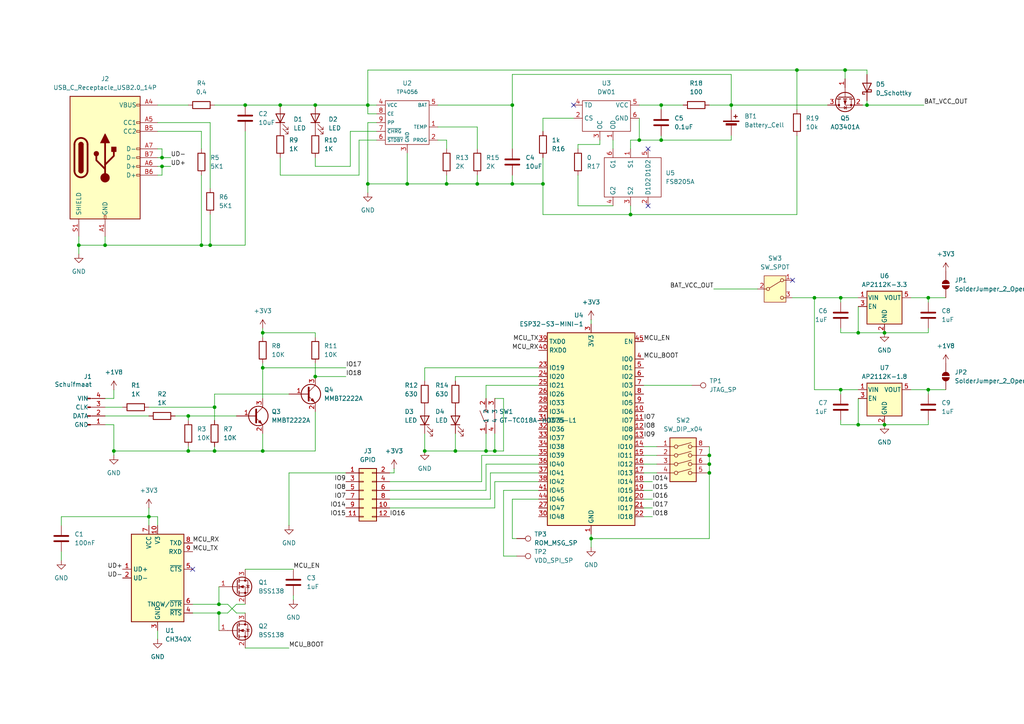
<source format=kicad_sch>
(kicad_sch
	(version 20231120)
	(generator "eeschema")
	(generator_version "8.0")
	(uuid "0f19020f-b69e-4e2c-a951-2e6ffe820141")
	(paper "A4")
	
	(junction
		(at 231.14 20.32)
		(diameter 0)
		(color 0 0 0 0)
		(uuid "028274f2-0d34-4534-b14e-7842a9d88992")
	)
	(junction
		(at 205.74 132.08)
		(diameter 0)
		(color 0 0 0 0)
		(uuid "06f95cb5-154c-4a7b-8f73-8d95c42fa430")
	)
	(junction
		(at 256.54 96.52)
		(diameter 0)
		(color 0 0 0 0)
		(uuid "12a35f8b-d2b2-4e10-a45f-1d66d8334d2c")
	)
	(junction
		(at 91.44 30.48)
		(diameter 0)
		(color 0 0 0 0)
		(uuid "1705c31e-b9b6-4846-b20c-5a3646f0a545")
	)
	(junction
		(at 81.28 30.48)
		(diameter 0)
		(color 0 0 0 0)
		(uuid "184eeccf-76c5-49ca-9af5-d01953192bbe")
	)
	(junction
		(at 76.2 96.52)
		(diameter 0)
		(color 0 0 0 0)
		(uuid "19b413b4-8d32-4dd7-aa93-658c0ec41b52")
	)
	(junction
		(at 54.61 120.65)
		(diameter 0)
		(color 0 0 0 0)
		(uuid "1d055e6d-485c-43d8-9f39-4af7f41790c0")
	)
	(junction
		(at 191.77 30.48)
		(diameter 0)
		(color 0 0 0 0)
		(uuid "2754685d-8d77-484e-8284-f5ab38da3330")
	)
	(junction
		(at 71.12 30.48)
		(diameter 0)
		(color 0 0 0 0)
		(uuid "2b834d37-5f07-4d91-a068-abd61e6889e8")
	)
	(junction
		(at 236.22 86.36)
		(diameter 0)
		(color 0 0 0 0)
		(uuid "2f519825-2b27-4a31-9970-6099677dfa63")
	)
	(junction
		(at 191.77 40.64)
		(diameter 0)
		(color 0 0 0 0)
		(uuid "2fedb2b8-4c1a-4aac-8446-f68749248526")
	)
	(junction
		(at 205.74 134.62)
		(diameter 0)
		(color 0 0 0 0)
		(uuid "479a0224-aed8-4f84-8a50-ca7f278730f3")
	)
	(junction
		(at 46.99 45.72)
		(diameter 0)
		(color 0 0 0 0)
		(uuid "47bf0c4f-a860-4b8f-b87f-100e5784e2f1")
	)
	(junction
		(at 248.92 96.52)
		(diameter 0)
		(color 0 0 0 0)
		(uuid "55f2fbf1-28f0-4958-b475-2d87f5b77b2f")
	)
	(junction
		(at 106.68 53.34)
		(diameter 0)
		(color 0 0 0 0)
		(uuid "5ac3ee56-beb4-43eb-b201-a9ed5beed71a")
	)
	(junction
		(at 148.59 53.34)
		(diameter 0)
		(color 0 0 0 0)
		(uuid "6e4807ad-5cf5-4a3d-8195-5617475f1c26")
	)
	(junction
		(at 205.74 137.16)
		(diameter 0)
		(color 0 0 0 0)
		(uuid "73bc14de-2086-4658-adca-9d17565c46f3")
	)
	(junction
		(at 157.48 53.34)
		(diameter 0)
		(color 0 0 0 0)
		(uuid "74dcecbf-e5bd-4725-9ae9-17631819faa3")
	)
	(junction
		(at 212.09 30.48)
		(diameter 0)
		(color 0 0 0 0)
		(uuid "78c091c4-628a-479c-a8f2-435b5910cb69")
	)
	(junction
		(at 123.19 130.81)
		(diameter 0)
		(color 0 0 0 0)
		(uuid "7e62c4cc-dbf8-48db-a254-08c697c511bf")
	)
	(junction
		(at 62.23 130.81)
		(diameter 0)
		(color 0 0 0 0)
		(uuid "83e23cd3-2301-4a10-b71a-0e60b83bb652")
	)
	(junction
		(at 22.86 71.12)
		(diameter 0)
		(color 0 0 0 0)
		(uuid "85009878-0347-40ff-a514-be3b950649b8")
	)
	(junction
		(at 30.48 71.12)
		(diameter 0)
		(color 0 0 0 0)
		(uuid "86c991d1-b454-4357-ab6e-44c59bb2c62d")
	)
	(junction
		(at 58.42 71.12)
		(diameter 0)
		(color 0 0 0 0)
		(uuid "89458645-c1a7-4f56-9866-3004a494e6c0")
	)
	(junction
		(at 248.92 123.19)
		(diameter 0)
		(color 0 0 0 0)
		(uuid "897cbec1-5d95-4361-82a5-1837a395cfa2")
	)
	(junction
		(at 185.42 40.64)
		(diameter 0)
		(color 0 0 0 0)
		(uuid "8d7b353a-74b6-4047-99eb-10daa2ea0648")
	)
	(junction
		(at 256.54 123.19)
		(diameter 0)
		(color 0 0 0 0)
		(uuid "8f2dcc0f-243b-40fc-9bb7-a6ea3c0388c5")
	)
	(junction
		(at 118.11 53.34)
		(diameter 0)
		(color 0 0 0 0)
		(uuid "910236a3-ab5c-499f-9091-7c428f34cf05")
	)
	(junction
		(at 63.5 177.8)
		(diameter 0)
		(color 0 0 0 0)
		(uuid "91d20cd9-9cf8-4071-806e-70a19e2a6e4c")
	)
	(junction
		(at 245.11 20.32)
		(diameter 0)
		(color 0 0 0 0)
		(uuid "9aab7db1-d6aa-4df7-9453-3db63ea68960")
	)
	(junction
		(at 132.08 130.81)
		(diameter 0)
		(color 0 0 0 0)
		(uuid "a23b0be0-c979-4346-aa0f-c45eabae4a1c")
	)
	(junction
		(at 129.54 53.34)
		(diameter 0)
		(color 0 0 0 0)
		(uuid "a6829a4b-5473-4e2e-91fd-76c14604d930")
	)
	(junction
		(at 171.45 156.21)
		(diameter 0)
		(color 0 0 0 0)
		(uuid "a8537a39-ca6d-4040-92c9-19e72814234c")
	)
	(junction
		(at 54.61 130.81)
		(diameter 0)
		(color 0 0 0 0)
		(uuid "aa8b5e17-99d9-4966-a289-cff2391b01ef")
	)
	(junction
		(at 182.88 62.23)
		(diameter 0)
		(color 0 0 0 0)
		(uuid "ae31871b-b4d2-42bc-a6c2-ec7b2d128077")
	)
	(junction
		(at 243.84 86.36)
		(diameter 0)
		(color 0 0 0 0)
		(uuid "ae84c61d-62c7-4e2c-9897-3173738329a7")
	)
	(junction
		(at 243.84 113.03)
		(diameter 0)
		(color 0 0 0 0)
		(uuid "b84697f2-3580-4888-a357-7aafefdd1296")
	)
	(junction
		(at 46.99 48.26)
		(diameter 0)
		(color 0 0 0 0)
		(uuid "baa03a43-0314-490b-bb03-315a9b141492")
	)
	(junction
		(at 140.97 130.81)
		(diameter 0)
		(color 0 0 0 0)
		(uuid "baf1aac8-3746-44f0-bc63-cbbba14c473a")
	)
	(junction
		(at 60.96 71.12)
		(diameter 0)
		(color 0 0 0 0)
		(uuid "bbe722c3-3972-448a-84ea-099c52b5d829")
	)
	(junction
		(at 269.24 86.36)
		(diameter 0)
		(color 0 0 0 0)
		(uuid "c3ca8c15-f88b-4a09-a912-0ab878440311")
	)
	(junction
		(at 148.59 30.48)
		(diameter 0)
		(color 0 0 0 0)
		(uuid "c6050e8e-e3ee-4f3c-bca9-10a92da24ed6")
	)
	(junction
		(at 63.5 175.26)
		(diameter 0)
		(color 0 0 0 0)
		(uuid "c62048b1-db9e-4d7d-924d-60c01471fad6")
	)
	(junction
		(at 62.23 118.11)
		(diameter 0)
		(color 0 0 0 0)
		(uuid "ce64efb3-71ea-4eda-a861-a761ce8a97e8")
	)
	(junction
		(at 106.68 30.48)
		(diameter 0)
		(color 0 0 0 0)
		(uuid "da938780-f403-44fb-ac6e-ad69524f0f2c")
	)
	(junction
		(at 76.2 130.81)
		(diameter 0)
		(color 0 0 0 0)
		(uuid "dbc55903-c01f-41ed-a50a-babdef5447da")
	)
	(junction
		(at 138.43 53.34)
		(diameter 0)
		(color 0 0 0 0)
		(uuid "e0737e8e-da75-458e-a817-555da98c6d33")
	)
	(junction
		(at 269.24 113.03)
		(diameter 0)
		(color 0 0 0 0)
		(uuid "e2d3ba49-a15b-4f67-bcd0-b8ad9c50e086")
	)
	(junction
		(at 33.02 130.81)
		(diameter 0)
		(color 0 0 0 0)
		(uuid "e5909513-9066-451e-901e-a80eb1aac940")
	)
	(junction
		(at 91.44 109.22)
		(diameter 0)
		(color 0 0 0 0)
		(uuid "ea2b04c0-a4eb-4a52-9ead-ab0d4bbadcf0")
	)
	(junction
		(at 43.18 149.86)
		(diameter 0)
		(color 0 0 0 0)
		(uuid "eb07946b-9fbd-4166-8f3a-8219198fc593")
	)
	(junction
		(at 76.2 106.68)
		(diameter 0)
		(color 0 0 0 0)
		(uuid "ec53964b-3664-423d-a442-546108b3dfce")
	)
	(junction
		(at 251.46 30.48)
		(diameter 0)
		(color 0 0 0 0)
		(uuid "f60ab6b7-6f37-4b01-b756-53c338d6b75c")
	)
	(junction
		(at 143.51 130.81)
		(diameter 0)
		(color 0 0 0 0)
		(uuid "fb69b664-c538-43b5-92a9-86c200bcd555")
	)
	(no_connect
		(at 55.88 165.1)
		(uuid "2f105975-3bd9-40f1-819e-d48fa23de06f")
	)
	(no_connect
		(at 166.37 30.48)
		(uuid "74f330ba-76cf-4b7d-8ffc-9cdff6c71688")
	)
	(no_connect
		(at 229.87 81.28)
		(uuid "81af0d7e-07df-4ce1-9f36-6958cb4aa70f")
	)
	(no_connect
		(at 187.96 43.18)
		(uuid "bce5374f-b9eb-4e7b-8426-d97d2af259ab")
	)
	(no_connect
		(at 187.96 59.69)
		(uuid "e39e2eda-4bee-432a-bfd6-915215a79775")
	)
	(wire
		(pts
			(xy 140.97 125.73) (xy 140.97 130.81)
		)
		(stroke
			(width 0)
			(type default)
		)
		(uuid "0794b0df-44f0-4c7a-92dd-0bdb86cc6722")
	)
	(wire
		(pts
			(xy 30.48 118.11) (xy 35.56 118.11)
		)
		(stroke
			(width 0)
			(type default)
		)
		(uuid "08878772-45a6-482d-b702-a3174980dde9")
	)
	(wire
		(pts
			(xy 248.92 123.19) (xy 256.54 123.19)
		)
		(stroke
			(width 0)
			(type default)
		)
		(uuid "0aafc6b1-b6be-4a91-a664-096739a5ae6e")
	)
	(wire
		(pts
			(xy 45.72 48.26) (xy 46.99 48.26)
		)
		(stroke
			(width 0)
			(type default)
		)
		(uuid "0bc50ff4-6e70-4cc5-a10d-cdb4a96f8190")
	)
	(wire
		(pts
			(xy 30.48 68.58) (xy 30.48 71.12)
		)
		(stroke
			(width 0)
			(type default)
		)
		(uuid "0bdb119a-45af-40ee-90c9-0dd1724e1732")
	)
	(wire
		(pts
			(xy 129.54 43.18) (xy 129.54 40.64)
		)
		(stroke
			(width 0)
			(type default)
		)
		(uuid "0c4a7c86-28a2-4c1c-bb23-08f91da5b58a")
	)
	(wire
		(pts
			(xy 191.77 40.64) (xy 191.77 39.37)
		)
		(stroke
			(width 0)
			(type default)
		)
		(uuid "125741b2-0c07-43b5-a218-5703ffc3a590")
	)
	(wire
		(pts
			(xy 231.14 62.23) (xy 182.88 62.23)
		)
		(stroke
			(width 0)
			(type default)
		)
		(uuid "16aff706-ce63-4587-a3cb-3798a10ee34e")
	)
	(wire
		(pts
			(xy 191.77 30.48) (xy 198.12 30.48)
		)
		(stroke
			(width 0)
			(type default)
		)
		(uuid "1b185a6e-6c06-4f79-953d-8fc65a40d8b5")
	)
	(wire
		(pts
			(xy 185.42 40.64) (xy 191.77 40.64)
		)
		(stroke
			(width 0)
			(type default)
		)
		(uuid "1be1e1f7-0852-41d5-8afd-729b52fd9db6")
	)
	(wire
		(pts
			(xy 166.37 34.29) (xy 157.48 34.29)
		)
		(stroke
			(width 0)
			(type default)
		)
		(uuid "1f97ec65-2c51-4422-a600-0c753a03fc1f")
	)
	(wire
		(pts
			(xy 22.86 71.12) (xy 22.86 68.58)
		)
		(stroke
			(width 0)
			(type default)
		)
		(uuid "1f9f81ef-a684-47df-95c9-e4922e9a960f")
	)
	(wire
		(pts
			(xy 148.59 21.59) (xy 148.59 30.48)
		)
		(stroke
			(width 0)
			(type default)
		)
		(uuid "208addb0-7bf1-4f2c-b9a0-992c9a7b5bbc")
	)
	(wire
		(pts
			(xy 149.86 161.29) (xy 146.05 161.29)
		)
		(stroke
			(width 0)
			(type default)
		)
		(uuid "2090faf9-cb87-4412-9590-a0165f4cd707")
	)
	(wire
		(pts
			(xy 58.42 38.1) (xy 58.42 43.18)
		)
		(stroke
			(width 0)
			(type default)
		)
		(uuid "21d0bd03-93fe-4f96-89c9-c339f4ff518e")
	)
	(wire
		(pts
			(xy 33.02 115.57) (xy 30.48 115.57)
		)
		(stroke
			(width 0)
			(type default)
		)
		(uuid "22d45681-8457-45e5-8c0e-23aebb9bc4f5")
	)
	(wire
		(pts
			(xy 205.74 129.54) (xy 205.74 132.08)
		)
		(stroke
			(width 0)
			(type default)
		)
		(uuid "23c4915d-ad7e-4348-b7a7-f85f016da73c")
	)
	(wire
		(pts
			(xy 243.84 123.19) (xy 248.92 123.19)
		)
		(stroke
			(width 0)
			(type default)
		)
		(uuid "242ca742-d4f3-4233-a552-4a5638056391")
	)
	(wire
		(pts
			(xy 54.61 120.65) (xy 68.58 120.65)
		)
		(stroke
			(width 0)
			(type default)
		)
		(uuid "268fa695-b0fd-459b-a057-67edc2779e54")
	)
	(wire
		(pts
			(xy 91.44 48.26) (xy 91.44 45.72)
		)
		(stroke
			(width 0)
			(type default)
		)
		(uuid "269a68c2-3488-4599-a7c8-ebc7e4ce4c95")
	)
	(wire
		(pts
			(xy 58.42 50.8) (xy 58.42 71.12)
		)
		(stroke
			(width 0)
			(type default)
		)
		(uuid "284122cf-8388-4e5d-bd41-30743a017988")
	)
	(wire
		(pts
			(xy 113.03 142.24) (xy 140.97 142.24)
		)
		(stroke
			(width 0)
			(type default)
		)
		(uuid "28593ceb-f4da-4471-b978-23c699ab5b4b")
	)
	(wire
		(pts
			(xy 106.68 35.56) (xy 106.68 53.34)
		)
		(stroke
			(width 0)
			(type default)
		)
		(uuid "290b6a68-7fed-454e-af10-deb5d21f5472")
	)
	(wire
		(pts
			(xy 264.16 86.36) (xy 269.24 86.36)
		)
		(stroke
			(width 0)
			(type default)
		)
		(uuid "293e2cb1-de30-4e80-8703-6abc04e3412d")
	)
	(wire
		(pts
			(xy 140.97 142.24) (xy 140.97 134.62)
		)
		(stroke
			(width 0)
			(type default)
		)
		(uuid "29471af8-f5c2-471f-8913-4b93d9c05839")
	)
	(wire
		(pts
			(xy 76.2 106.68) (xy 76.2 115.57)
		)
		(stroke
			(width 0)
			(type default)
		)
		(uuid "2963d3d1-a49c-4c26-bf19-c3554b376f54")
	)
	(wire
		(pts
			(xy 104.14 40.64) (xy 109.22 40.64)
		)
		(stroke
			(width 0)
			(type default)
		)
		(uuid "2c519300-661d-48a4-98fe-c3793cf3a667")
	)
	(wire
		(pts
			(xy 148.59 144.78) (xy 156.21 144.78)
		)
		(stroke
			(width 0)
			(type default)
		)
		(uuid "2ee7723d-2a46-41a5-a05c-5387e5840d60")
	)
	(wire
		(pts
			(xy 139.7 132.08) (xy 156.21 132.08)
		)
		(stroke
			(width 0)
			(type default)
		)
		(uuid "2ffb8775-e745-4127-8c94-1f4510afb371")
	)
	(wire
		(pts
			(xy 60.96 62.23) (xy 60.96 71.12)
		)
		(stroke
			(width 0)
			(type default)
		)
		(uuid "30c33898-cb27-4047-aa6d-d6dedc0d96d4")
	)
	(wire
		(pts
			(xy 17.78 149.86) (xy 17.78 152.4)
		)
		(stroke
			(width 0)
			(type default)
		)
		(uuid "3171fc62-2e36-4e92-a034-7cecadb3c004")
	)
	(wire
		(pts
			(xy 173.99 41.91) (xy 173.99 40.64)
		)
		(stroke
			(width 0)
			(type default)
		)
		(uuid "31ff593c-7233-4a0b-b216-0a3060b828cb")
	)
	(wire
		(pts
			(xy 101.6 38.1) (xy 101.6 48.26)
		)
		(stroke
			(width 0)
			(type default)
		)
		(uuid "3285bf1a-f027-40b4-81f8-ecc5ef547f6f")
	)
	(wire
		(pts
			(xy 113.03 147.32) (xy 143.51 147.32)
		)
		(stroke
			(width 0)
			(type default)
		)
		(uuid "32c4715f-ad87-4d42-a4d4-d4441c25a2df")
	)
	(wire
		(pts
			(xy 71.12 38.1) (xy 71.12 71.12)
		)
		(stroke
			(width 0)
			(type default)
		)
		(uuid "34559fb8-951e-4ede-97c7-2f428c8a1cc2")
	)
	(wire
		(pts
			(xy 118.11 53.34) (xy 129.54 53.34)
		)
		(stroke
			(width 0)
			(type default)
		)
		(uuid "35766d74-edf3-48bc-a3cc-296d8531a204")
	)
	(wire
		(pts
			(xy 143.51 139.7) (xy 156.21 139.7)
		)
		(stroke
			(width 0)
			(type default)
		)
		(uuid "35a789b5-1255-4869-aa71-6ec4fa3cdad3")
	)
	(wire
		(pts
			(xy 269.24 113.03) (xy 269.24 114.3)
		)
		(stroke
			(width 0)
			(type default)
		)
		(uuid "366617c4-a42c-4240-a05d-444ee7cd5674")
	)
	(wire
		(pts
			(xy 146.05 161.29) (xy 146.05 142.24)
		)
		(stroke
			(width 0)
			(type default)
		)
		(uuid "3682865b-341c-4afd-9fdd-c38d5b5eb461")
	)
	(wire
		(pts
			(xy 251.46 30.48) (xy 267.97 30.48)
		)
		(stroke
			(width 0)
			(type default)
		)
		(uuid "36c638cb-68ef-46cc-81e9-8369e4aa08a7")
	)
	(wire
		(pts
			(xy 114.3 135.89) (xy 114.3 137.16)
		)
		(stroke
			(width 0)
			(type default)
		)
		(uuid "376a8724-c826-4d66-9d2a-696023d8570e")
	)
	(wire
		(pts
			(xy 231.14 31.75) (xy 231.14 20.32)
		)
		(stroke
			(width 0)
			(type default)
		)
		(uuid "37d1c9e7-38a5-41df-bbbe-0fa46b3845bc")
	)
	(wire
		(pts
			(xy 236.22 86.36) (xy 243.84 86.36)
		)
		(stroke
			(width 0)
			(type default)
		)
		(uuid "38f0f744-4cc3-4d7a-b584-b1188baf62b6")
	)
	(wire
		(pts
			(xy 251.46 20.32) (xy 251.46 21.59)
		)
		(stroke
			(width 0)
			(type default)
		)
		(uuid "3a4b333a-a751-4686-bb5a-b2fd47318364")
	)
	(wire
		(pts
			(xy 212.09 40.64) (xy 191.77 40.64)
		)
		(stroke
			(width 0)
			(type default)
		)
		(uuid "3a5596ab-09a2-4570-a1cf-a31b3ea86e30")
	)
	(wire
		(pts
			(xy 17.78 160.02) (xy 17.78 162.56)
		)
		(stroke
			(width 0)
			(type default)
		)
		(uuid "3b710433-939a-473d-b055-11805b015004")
	)
	(wire
		(pts
			(xy 243.84 86.36) (xy 243.84 87.63)
		)
		(stroke
			(width 0)
			(type default)
		)
		(uuid "3bcde3b4-8f40-41b3-a9f7-5728bb82fb59")
	)
	(wire
		(pts
			(xy 71.12 165.1) (xy 85.09 165.1)
		)
		(stroke
			(width 0)
			(type default)
		)
		(uuid "3cc97967-2911-4c68-81ad-4ccfe5cf6675")
	)
	(wire
		(pts
			(xy 129.54 53.34) (xy 129.54 50.8)
		)
		(stroke
			(width 0)
			(type default)
		)
		(uuid "3d66fb37-edf3-4307-a22f-b106202e7f40")
	)
	(wire
		(pts
			(xy 186.69 149.86) (xy 189.23 149.86)
		)
		(stroke
			(width 0)
			(type default)
		)
		(uuid "3dc4cfe0-19e0-4489-930d-14cb118a5e6f")
	)
	(wire
		(pts
			(xy 81.28 30.48) (xy 91.44 30.48)
		)
		(stroke
			(width 0)
			(type default)
		)
		(uuid "40c63fcd-19bf-44f7-81f3-f2fe5ddce2f9")
	)
	(wire
		(pts
			(xy 106.68 55.88) (xy 106.68 53.34)
		)
		(stroke
			(width 0)
			(type default)
		)
		(uuid "43bdbaf3-bbb9-4ad1-bcb5-c84e7e056824")
	)
	(wire
		(pts
			(xy 205.74 137.16) (xy 205.74 156.21)
		)
		(stroke
			(width 0)
			(type default)
		)
		(uuid "44cc3035-3a29-49b1-834a-9932112ebe47")
	)
	(wire
		(pts
			(xy 177.8 40.64) (xy 177.8 43.18)
		)
		(stroke
			(width 0)
			(type default)
		)
		(uuid "46e76df1-d841-40be-87a3-bdca06a08df4")
	)
	(wire
		(pts
			(xy 248.92 113.03) (xy 243.84 113.03)
		)
		(stroke
			(width 0)
			(type default)
		)
		(uuid "47c7f85a-4c5e-488d-bab6-c5c87014596a")
	)
	(wire
		(pts
			(xy 167.64 41.91) (xy 167.64 43.18)
		)
		(stroke
			(width 0)
			(type default)
		)
		(uuid "4a28ae2f-6784-4632-9682-2cdf25d3654c")
	)
	(wire
		(pts
			(xy 43.18 118.11) (xy 62.23 118.11)
		)
		(stroke
			(width 0)
			(type default)
		)
		(uuid "4f4a1b24-1042-46f5-a7cd-ab4859b7116c")
	)
	(wire
		(pts
			(xy 269.24 95.25) (xy 269.24 96.52)
		)
		(stroke
			(width 0)
			(type default)
		)
		(uuid "514595ca-3e3d-451c-a8ae-935f86f745c4")
	)
	(wire
		(pts
			(xy 76.2 130.81) (xy 91.44 130.81)
		)
		(stroke
			(width 0)
			(type default)
		)
		(uuid "54035ebb-0751-4b92-bb84-0efaaaf6e91c")
	)
	(wire
		(pts
			(xy 248.92 96.52) (xy 256.54 96.52)
		)
		(stroke
			(width 0)
			(type default)
		)
		(uuid "55cea501-0a9b-4d74-be60-d8b1ea47a961")
	)
	(wire
		(pts
			(xy 58.42 71.12) (xy 60.96 71.12)
		)
		(stroke
			(width 0)
			(type default)
		)
		(uuid "56ab93d4-f228-449d-aac4-b4de10af431f")
	)
	(wire
		(pts
			(xy 45.72 182.88) (xy 45.72 185.42)
		)
		(stroke
			(width 0)
			(type default)
		)
		(uuid "576e1b96-e42f-452d-a76d-c17b079ab7e5")
	)
	(wire
		(pts
			(xy 45.72 38.1) (xy 58.42 38.1)
		)
		(stroke
			(width 0)
			(type default)
		)
		(uuid "5835b669-4fc3-4e4a-ae88-95ad2bc7784c")
	)
	(wire
		(pts
			(xy 167.64 41.91) (xy 173.99 41.91)
		)
		(stroke
			(width 0)
			(type default)
		)
		(uuid "590e4379-8702-4495-ab71-7fb3fa1dd78c")
	)
	(wire
		(pts
			(xy 186.69 144.78) (xy 189.23 144.78)
		)
		(stroke
			(width 0)
			(type default)
		)
		(uuid "594b6a04-ef01-4068-a5a9-08d536c76f01")
	)
	(wire
		(pts
			(xy 243.84 86.36) (xy 248.92 86.36)
		)
		(stroke
			(width 0)
			(type default)
		)
		(uuid "595a47f1-78d4-4aeb-97a7-c1cb6662882c")
	)
	(wire
		(pts
			(xy 248.92 88.9) (xy 248.92 96.52)
		)
		(stroke
			(width 0)
			(type default)
		)
		(uuid "5989a726-8265-481f-a122-5cea0729518c")
	)
	(wire
		(pts
			(xy 46.99 50.8) (xy 45.72 50.8)
		)
		(stroke
			(width 0)
			(type default)
		)
		(uuid "5a100358-df6d-4052-86bf-98255b217765")
	)
	(wire
		(pts
			(xy 256.54 96.52) (xy 269.24 96.52)
		)
		(stroke
			(width 0)
			(type default)
		)
		(uuid "5a6b1945-954a-4d38-9a1a-20cfa00e893a")
	)
	(wire
		(pts
			(xy 113.03 144.78) (xy 142.24 144.78)
		)
		(stroke
			(width 0)
			(type default)
		)
		(uuid "5ac7aa7b-1fc1-49e7-ac2a-906cb0c35a2a")
	)
	(wire
		(pts
			(xy 123.19 110.49) (xy 123.19 106.68)
		)
		(stroke
			(width 0)
			(type default)
		)
		(uuid "5b316e57-bcf4-4c31-89bd-bb914a7f0510")
	)
	(wire
		(pts
			(xy 60.96 71.12) (xy 71.12 71.12)
		)
		(stroke
			(width 0)
			(type default)
		)
		(uuid "5cac8bf5-a413-4e2e-aab4-275470e95683")
	)
	(wire
		(pts
			(xy 127 30.48) (xy 148.59 30.48)
		)
		(stroke
			(width 0)
			(type default)
		)
		(uuid "5d3094a4-990d-407b-865a-5590c6f6ae25")
	)
	(wire
		(pts
			(xy 62.23 30.48) (xy 71.12 30.48)
		)
		(stroke
			(width 0)
			(type default)
		)
		(uuid "5f5669c9-df93-459d-9e3a-320599aaab6c")
	)
	(wire
		(pts
			(xy 243.84 113.03) (xy 236.22 113.03)
		)
		(stroke
			(width 0)
			(type default)
		)
		(uuid "5fdd5a64-c3f5-44c1-b4ce-42292c60822c")
	)
	(wire
		(pts
			(xy 269.24 121.92) (xy 269.24 123.19)
		)
		(stroke
			(width 0)
			(type default)
		)
		(uuid "605f4797-ae9d-4885-922d-4f0d0df08f73")
	)
	(wire
		(pts
			(xy 191.77 31.75) (xy 191.77 30.48)
		)
		(stroke
			(width 0)
			(type default)
		)
		(uuid "61fc6368-6a94-4eb9-a91b-56c3c2463679")
	)
	(wire
		(pts
			(xy 146.05 130.81) (xy 143.51 130.81)
		)
		(stroke
			(width 0)
			(type default)
		)
		(uuid "62493c1a-57f2-4457-8222-bd5bd4f47d9a")
	)
	(wire
		(pts
			(xy 45.72 43.18) (xy 46.99 43.18)
		)
		(stroke
			(width 0)
			(type default)
		)
		(uuid "625d17c6-dcc5-483d-a87c-3aa794cb460b")
	)
	(wire
		(pts
			(xy 30.48 71.12) (xy 58.42 71.12)
		)
		(stroke
			(width 0)
			(type default)
		)
		(uuid "630c4d71-3a39-4d7a-8b4a-1d0590024729")
	)
	(wire
		(pts
			(xy 138.43 36.83) (xy 138.43 43.18)
		)
		(stroke
			(width 0)
			(type default)
		)
		(uuid "64ab9100-fc93-484f-ae25-f2ac0cd749dd")
	)
	(wire
		(pts
			(xy 68.58 177.8) (xy 71.12 177.8)
		)
		(stroke
			(width 0)
			(type default)
		)
		(uuid "651ea225-47f2-40d7-8de2-b894c98c3936")
	)
	(wire
		(pts
			(xy 33.02 123.19) (xy 33.02 130.81)
		)
		(stroke
			(width 0)
			(type default)
		)
		(uuid "6580b22b-17a5-4053-a77b-4516c4d1d7d4")
	)
	(wire
		(pts
			(xy 101.6 38.1) (xy 109.22 38.1)
		)
		(stroke
			(width 0)
			(type default)
		)
		(uuid "6626d609-13fb-4fdc-afd6-ba0dfda325e0")
	)
	(wire
		(pts
			(xy 140.97 134.62) (xy 156.21 134.62)
		)
		(stroke
			(width 0)
			(type default)
		)
		(uuid "66f12b76-92bc-4133-819a-e2d2c45e4bf6")
	)
	(wire
		(pts
			(xy 81.28 45.72) (xy 81.28 50.8)
		)
		(stroke
			(width 0)
			(type default)
		)
		(uuid "680d40ed-06c2-45e5-8a46-495b237affba")
	)
	(wire
		(pts
			(xy 143.51 147.32) (xy 143.51 139.7)
		)
		(stroke
			(width 0)
			(type default)
		)
		(uuid "68b2e112-6900-4c33-b052-ab0634ef89a5")
	)
	(wire
		(pts
			(xy 22.86 71.12) (xy 22.86 73.66)
		)
		(stroke
			(width 0)
			(type default)
		)
		(uuid "69179af5-c28f-4f00-99ce-54210ac1bf2c")
	)
	(wire
		(pts
			(xy 182.88 62.23) (xy 157.48 62.23)
		)
		(stroke
			(width 0)
			(type default)
		)
		(uuid "692b0ad9-183c-4017-b30f-a49f7791a317")
	)
	(wire
		(pts
			(xy 100.33 137.16) (xy 83.82 137.16)
		)
		(stroke
			(width 0)
			(type default)
		)
		(uuid "6952fa45-0f93-46b8-91a2-e2acc410171b")
	)
	(wire
		(pts
			(xy 83.82 137.16) (xy 83.82 152.4)
		)
		(stroke
			(width 0)
			(type default)
		)
		(uuid "695c3acb-ab71-4782-acfc-757258a51aff")
	)
	(wire
		(pts
			(xy 45.72 45.72) (xy 46.99 45.72)
		)
		(stroke
			(width 0)
			(type default)
		)
		(uuid "69a2d974-0073-4db8-accc-e7b0f95b05eb")
	)
	(wire
		(pts
			(xy 104.14 40.64) (xy 104.14 50.8)
		)
		(stroke
			(width 0)
			(type default)
		)
		(uuid "69d4d5fe-8303-48de-bb02-2b75307fa698")
	)
	(wire
		(pts
			(xy 123.19 130.81) (xy 132.08 130.81)
		)
		(stroke
			(width 0)
			(type default)
		)
		(uuid "6a9894a4-8654-46db-9dc7-b766a91f4543")
	)
	(wire
		(pts
			(xy 66.04 177.8) (xy 63.5 177.8)
		)
		(stroke
			(width 0)
			(type default)
		)
		(uuid "6adc2e0a-9795-4269-b7ca-85e5d0f65b5e")
	)
	(wire
		(pts
			(xy 132.08 130.81) (xy 140.97 130.81)
		)
		(stroke
			(width 0)
			(type default)
		)
		(uuid "6b93b87c-84f1-48a6-8746-393243c17e7a")
	)
	(wire
		(pts
			(xy 106.68 33.02) (xy 109.22 33.02)
		)
		(stroke
			(width 0)
			(type default)
		)
		(uuid "6d122c79-ebaa-4665-87a3-34ed61b04dab")
	)
	(wire
		(pts
			(xy 123.19 106.68) (xy 156.21 106.68)
		)
		(stroke
			(width 0)
			(type default)
		)
		(uuid "6d95add0-0abf-4d4c-9737-d40e811a4432")
	)
	(wire
		(pts
			(xy 231.14 39.37) (xy 231.14 62.23)
		)
		(stroke
			(width 0)
			(type default)
		)
		(uuid "714e4040-06c0-4c42-be65-b77c8878d275")
	)
	(wire
		(pts
			(xy 91.44 105.41) (xy 91.44 109.22)
		)
		(stroke
			(width 0)
			(type default)
		)
		(uuid "72347744-2971-4c0e-9d46-f1518f2d282c")
	)
	(wire
		(pts
			(xy 71.12 30.48) (xy 81.28 30.48)
		)
		(stroke
			(width 0)
			(type default)
		)
		(uuid "7244c96c-e1be-4277-9acd-bdb2ea183218")
	)
	(wire
		(pts
			(xy 146.05 142.24) (xy 156.21 142.24)
		)
		(stroke
			(width 0)
			(type default)
		)
		(uuid "72c1a740-1209-455f-ad5a-ff4a4d95c7fd")
	)
	(wire
		(pts
			(xy 62.23 114.3) (xy 83.82 114.3)
		)
		(stroke
			(width 0)
			(type default)
		)
		(uuid "73a950b9-5ea6-4443-bccb-6ec96ae66180")
	)
	(wire
		(pts
			(xy 143.51 115.57) (xy 146.05 115.57)
		)
		(stroke
			(width 0)
			(type default)
		)
		(uuid "7450df3d-8ed8-48ae-acfb-ad9ea4e81466")
	)
	(wire
		(pts
			(xy 148.59 30.48) (xy 148.59 43.18)
		)
		(stroke
			(width 0)
			(type default)
		)
		(uuid "772adc96-a15b-4b86-9100-85bae81a5602")
	)
	(wire
		(pts
			(xy 167.64 59.69) (xy 177.8 59.69)
		)
		(stroke
			(width 0)
			(type default)
		)
		(uuid "787c4b6e-8e91-4220-a5e7-801318828030")
	)
	(wire
		(pts
			(xy 171.45 92.71) (xy 171.45 93.98)
		)
		(stroke
			(width 0)
			(type default)
		)
		(uuid "79345ee5-9977-4ae2-b665-e9aa01b7b0a4")
	)
	(wire
		(pts
			(xy 212.09 39.37) (xy 212.09 40.64)
		)
		(stroke
			(width 0)
			(type default)
		)
		(uuid "7c05b5b5-8e77-44ea-ad35-40730cffb579")
	)
	(wire
		(pts
			(xy 66.04 175.26) (xy 63.5 175.26)
		)
		(stroke
			(width 0)
			(type default)
		)
		(uuid "7e7e0a4a-6ffe-4f9e-ac71-9cf8c09400ea")
	)
	(wire
		(pts
			(xy 43.18 149.86) (xy 43.18 152.4)
		)
		(stroke
			(width 0)
			(type default)
		)
		(uuid "8056de03-b406-44cf-beb1-e341139092f6")
	)
	(wire
		(pts
			(xy 54.61 120.65) (xy 50.8 120.65)
		)
		(stroke
			(width 0)
			(type default)
		)
		(uuid "80764e92-b162-492b-98c1-765679ae5908")
	)
	(wire
		(pts
			(xy 190.5 137.16) (xy 186.69 137.16)
		)
		(stroke
			(width 0)
			(type default)
		)
		(uuid "8085d9d5-cb67-47d5-a470-fc65a3026b34")
	)
	(wire
		(pts
			(xy 106.68 20.32) (xy 106.68 30.48)
		)
		(stroke
			(width 0)
			(type default)
		)
		(uuid "8154cffb-438a-4a56-ae1c-a57119728b90")
	)
	(wire
		(pts
			(xy 143.51 125.73) (xy 143.51 130.81)
		)
		(stroke
			(width 0)
			(type default)
		)
		(uuid "827c353a-9f07-483f-a560-f62057c3063f")
	)
	(wire
		(pts
			(xy 85.09 173.99) (xy 85.09 172.72)
		)
		(stroke
			(width 0)
			(type default)
		)
		(uuid "82cc3402-97df-42c7-b70e-7b6912f5935b")
	)
	(wire
		(pts
			(xy 243.84 121.92) (xy 243.84 123.19)
		)
		(stroke
			(width 0)
			(type default)
		)
		(uuid "8310ad9c-3ae9-4468-ba34-00eed0801931")
	)
	(wire
		(pts
			(xy 106.68 35.56) (xy 109.22 35.56)
		)
		(stroke
			(width 0)
			(type default)
		)
		(uuid "8324ea6f-f8fc-4962-9bbe-f4179fe4fae0")
	)
	(wire
		(pts
			(xy 33.02 113.03) (xy 33.02 115.57)
		)
		(stroke
			(width 0)
			(type default)
		)
		(uuid "83947f29-b24a-41d6-8e6c-37fc9e7069ff")
	)
	(wire
		(pts
			(xy 45.72 149.86) (xy 45.72 152.4)
		)
		(stroke
			(width 0)
			(type default)
		)
		(uuid "84350577-62b2-4bd8-9919-1493ab50c2bf")
	)
	(wire
		(pts
			(xy 46.99 45.72) (xy 49.53 45.72)
		)
		(stroke
			(width 0)
			(type default)
		)
		(uuid "8460f8e3-df96-4505-8f30-3e7a7d3899bd")
	)
	(wire
		(pts
			(xy 91.44 109.22) (xy 100.33 109.22)
		)
		(stroke
			(width 0)
			(type default)
		)
		(uuid "85195862-5798-473f-ace4-b09a208b2251")
	)
	(wire
		(pts
			(xy 157.48 53.34) (xy 157.48 62.23)
		)
		(stroke
			(width 0)
			(type default)
		)
		(uuid "86b0deb3-19d5-4939-8468-aa9d36003b56")
	)
	(wire
		(pts
			(xy 71.12 187.96) (xy 83.82 187.96)
		)
		(stroke
			(width 0)
			(type default)
		)
		(uuid "878f0c0a-7bf6-4b5c-9abe-204dc95ba599")
	)
	(wire
		(pts
			(xy 91.44 119.38) (xy 91.44 130.81)
		)
		(stroke
			(width 0)
			(type default)
		)
		(uuid "89730fb0-e097-4cee-a843-26d2f0002afe")
	)
	(wire
		(pts
			(xy 76.2 125.73) (xy 76.2 130.81)
		)
		(stroke
			(width 0)
			(type default)
		)
		(uuid "89a612bb-bb97-49df-b4ca-99f8dda511f9")
	)
	(wire
		(pts
			(xy 190.5 132.08) (xy 186.69 132.08)
		)
		(stroke
			(width 0)
			(type default)
		)
		(uuid "8a256889-8c3f-4851-bea1-bc98c20718ff")
	)
	(wire
		(pts
			(xy 54.61 130.81) (xy 62.23 130.81)
		)
		(stroke
			(width 0)
			(type default)
		)
		(uuid "8d89979e-68be-4d68-948a-e11239d83d84")
	)
	(wire
		(pts
			(xy 46.99 48.26) (xy 49.53 48.26)
		)
		(stroke
			(width 0)
			(type default)
		)
		(uuid "8f31f947-4cf0-4ced-9fc5-107e79cb89fe")
	)
	(wire
		(pts
			(xy 149.86 156.21) (xy 148.59 156.21)
		)
		(stroke
			(width 0)
			(type default)
		)
		(uuid "8faeab49-c40a-4c97-8b87-efd253c55a1d")
	)
	(wire
		(pts
			(xy 76.2 96.52) (xy 76.2 97.79)
		)
		(stroke
			(width 0)
			(type default)
		)
		(uuid "90e82e96-cebd-469a-a7d5-9d4c2648125a")
	)
	(wire
		(pts
			(xy 157.48 45.72) (xy 157.48 53.34)
		)
		(stroke
			(width 0)
			(type default)
		)
		(uuid "93b2efd3-cf18-44e9-aa8a-c468818aa575")
	)
	(wire
		(pts
			(xy 62.23 130.81) (xy 76.2 130.81)
		)
		(stroke
			(width 0)
			(type default)
		)
		(uuid "945b3c9d-52de-44b1-9852-8b28ee39b6d1")
	)
	(wire
		(pts
			(xy 142.24 144.78) (xy 142.24 137.16)
		)
		(stroke
			(width 0)
			(type default)
		)
		(uuid "95c94562-b0f3-4289-b3ca-231a5b760c3c")
	)
	(wire
		(pts
			(xy 143.51 130.81) (xy 140.97 130.81)
		)
		(stroke
			(width 0)
			(type default)
		)
		(uuid "98bbb94f-b2e7-49bf-987c-1841c074aabe")
	)
	(wire
		(pts
			(xy 55.88 175.26) (xy 63.5 175.26)
		)
		(stroke
			(width 0)
			(type default)
		)
		(uuid "991437a7-142a-445d-abba-38fb059e8459")
	)
	(wire
		(pts
			(xy 45.72 30.48) (xy 54.61 30.48)
		)
		(stroke
			(width 0)
			(type default)
		)
		(uuid "9b70df93-2b53-451f-b9cf-ee9f054ff00a")
	)
	(wire
		(pts
			(xy 182.88 43.18) (xy 182.88 40.64)
		)
		(stroke
			(width 0)
			(type default)
		)
		(uuid "9b7a1da8-a3dc-4bd5-ba2a-f6859a0b9613")
	)
	(wire
		(pts
			(xy 54.61 129.54) (xy 54.61 130.81)
		)
		(stroke
			(width 0)
			(type default)
		)
		(uuid "9ce72bd8-2b3e-48d5-a6e2-394d673666e5")
	)
	(wire
		(pts
			(xy 248.92 115.57) (xy 248.92 123.19)
		)
		(stroke
			(width 0)
			(type default)
		)
		(uuid "9cf8033e-3f9d-4fe4-8672-eeb4392ae561")
	)
	(wire
		(pts
			(xy 76.2 96.52) (xy 91.44 96.52)
		)
		(stroke
			(width 0)
			(type default)
		)
		(uuid "9df17afc-701a-4d47-ab58-bf6a51162746")
	)
	(wire
		(pts
			(xy 17.78 149.86) (xy 43.18 149.86)
		)
		(stroke
			(width 0)
			(type default)
		)
		(uuid "9fe8d778-8431-4c22-9052-d6277e14effb")
	)
	(wire
		(pts
			(xy 205.74 156.21) (xy 171.45 156.21)
		)
		(stroke
			(width 0)
			(type default)
		)
		(uuid "9ffac967-96bc-42e3-b067-9f2751e7f1c2")
	)
	(wire
		(pts
			(xy 264.16 113.03) (xy 269.24 113.03)
		)
		(stroke
			(width 0)
			(type default)
		)
		(uuid "a0c6ad08-208d-4b5b-80a1-44dd0eb64ec9")
	)
	(wire
		(pts
			(xy 30.48 71.12) (xy 22.86 71.12)
		)
		(stroke
			(width 0)
			(type default)
		)
		(uuid "a2493909-cde7-4898-b628-32387f119a02")
	)
	(wire
		(pts
			(xy 62.23 114.3) (xy 62.23 118.11)
		)
		(stroke
			(width 0)
			(type default)
		)
		(uuid "a2817008-2e99-49d0-bc9f-21704c7ee4f0")
	)
	(wire
		(pts
			(xy 127 36.83) (xy 138.43 36.83)
		)
		(stroke
			(width 0)
			(type default)
		)
		(uuid "a38cc4ee-2476-4819-9c55-191f9028b691")
	)
	(wire
		(pts
			(xy 62.23 129.54) (xy 62.23 130.81)
		)
		(stroke
			(width 0)
			(type default)
		)
		(uuid "a3b3a640-f2b0-40c4-9d25-d7922afc1c08")
	)
	(wire
		(pts
			(xy 33.02 130.81) (xy 33.02 132.08)
		)
		(stroke
			(width 0)
			(type default)
		)
		(uuid "a3c0d574-9a1f-449b-a4da-faa44687ee8a")
	)
	(wire
		(pts
			(xy 129.54 40.64) (xy 127 40.64)
		)
		(stroke
			(width 0)
			(type default)
		)
		(uuid "a725ae71-568c-4846-98e9-a5e56ccceafc")
	)
	(wire
		(pts
			(xy 114.3 137.16) (xy 113.03 137.16)
		)
		(stroke
			(width 0)
			(type default)
		)
		(uuid "aba79314-75cb-4387-b4f1-a60ee389752b")
	)
	(wire
		(pts
			(xy 138.43 50.8) (xy 138.43 53.34)
		)
		(stroke
			(width 0)
			(type default)
		)
		(uuid "ac43d34f-5a48-4623-b587-319bdbb4ec14")
	)
	(wire
		(pts
			(xy 62.23 118.11) (xy 62.23 121.92)
		)
		(stroke
			(width 0)
			(type default)
		)
		(uuid "ac4b8b31-ea40-4aab-addb-8f2e8c076052")
	)
	(wire
		(pts
			(xy 250.19 30.48) (xy 251.46 30.48)
		)
		(stroke
			(width 0)
			(type default)
		)
		(uuid "ac677af4-0d33-4e94-8234-aca34adb6a52")
	)
	(wire
		(pts
			(xy 148.59 50.8) (xy 148.59 53.34)
		)
		(stroke
			(width 0)
			(type default)
		)
		(uuid "acab1471-53fe-429e-9cab-8ff7912fb550")
	)
	(wire
		(pts
			(xy 231.14 20.32) (xy 106.68 20.32)
		)
		(stroke
			(width 0)
			(type default)
		)
		(uuid "ae77c816-f391-4c73-9f8b-d0ef67834898")
	)
	(wire
		(pts
			(xy 76.2 105.41) (xy 76.2 106.68)
		)
		(stroke
			(width 0)
			(type default)
		)
		(uuid "b06fbfd9-d03d-42c6-850d-69adda696b61")
	)
	(wire
		(pts
			(xy 205.74 132.08) (xy 205.74 134.62)
		)
		(stroke
			(width 0)
			(type default)
		)
		(uuid "b0b07c0f-982f-4624-a469-ee5fe8382bb2")
	)
	(wire
		(pts
			(xy 186.69 139.7) (xy 189.23 139.7)
		)
		(stroke
			(width 0)
			(type default)
		)
		(uuid "b102e1d3-d18b-4632-b314-26c057c89cfa")
	)
	(wire
		(pts
			(xy 167.64 50.8) (xy 167.64 59.69)
		)
		(stroke
			(width 0)
			(type default)
		)
		(uuid "b1df59fc-1ff6-4d7b-b0d0-84b5092b7049")
	)
	(wire
		(pts
			(xy 274.32 86.36) (xy 269.24 86.36)
		)
		(stroke
			(width 0)
			(type default)
		)
		(uuid "b2622ac0-b83f-4294-8dc1-f872b252f8fd")
	)
	(wire
		(pts
			(xy 269.24 113.03) (xy 274.32 113.03)
		)
		(stroke
			(width 0)
			(type default)
		)
		(uuid "b5b3ca3f-1716-4f1c-b578-a4c9d2076603")
	)
	(wire
		(pts
			(xy 236.22 113.03) (xy 236.22 86.36)
		)
		(stroke
			(width 0)
			(type default)
		)
		(uuid "b73f264c-33b9-4aee-938b-0f5a7d676f20")
	)
	(wire
		(pts
			(xy 212.09 30.48) (xy 240.03 30.48)
		)
		(stroke
			(width 0)
			(type default)
		)
		(uuid "b7503ca1-b359-46c2-ae4a-bcc10fd3503c")
	)
	(wire
		(pts
			(xy 132.08 125.73) (xy 132.08 130.81)
		)
		(stroke
			(width 0)
			(type default)
		)
		(uuid "b75a402a-2f64-446d-9a02-885442af5cc5")
	)
	(wire
		(pts
			(xy 43.18 149.86) (xy 45.72 149.86)
		)
		(stroke
			(width 0)
			(type default)
		)
		(uuid "b90b37a3-15f4-4afe-b689-2665bc993a42")
	)
	(wire
		(pts
			(xy 205.74 30.48) (xy 212.09 30.48)
		)
		(stroke
			(width 0)
			(type default)
		)
		(uuid "b9c62d38-218a-4ea7-84fd-7a23c51c78e5")
	)
	(wire
		(pts
			(xy 171.45 154.94) (xy 171.45 156.21)
		)
		(stroke
			(width 0)
			(type default)
		)
		(uuid "ba28d67f-b904-4086-9214-208ebc4c7b7e")
	)
	(wire
		(pts
			(xy 76.2 95.25) (xy 76.2 96.52)
		)
		(stroke
			(width 0)
			(type default)
		)
		(uuid "ba6ca335-94e0-4eab-93c7-70524516983b")
	)
	(wire
		(pts
			(xy 113.03 139.7) (xy 139.7 139.7)
		)
		(stroke
			(width 0)
			(type default)
		)
		(uuid "bc2a2f06-0988-4036-acd4-1e30d00ecdb1")
	)
	(wire
		(pts
			(xy 68.58 177.8) (xy 66.04 175.26)
		)
		(stroke
			(width 0)
			(type default)
		)
		(uuid "be10a363-fc14-441e-a8e0-8478307b5fc9")
	)
	(wire
		(pts
			(xy 63.5 177.8) (xy 63.5 182.88)
		)
		(stroke
			(width 0)
			(type default)
		)
		(uuid "c138e7ca-1781-4f4b-abfa-8225af290e70")
	)
	(wire
		(pts
			(xy 91.44 30.48) (xy 106.68 30.48)
		)
		(stroke
			(width 0)
			(type default)
		)
		(uuid "c170a1ac-7e01-442b-9dd3-e4afb44f5ef2")
	)
	(wire
		(pts
			(xy 182.88 40.64) (xy 185.42 40.64)
		)
		(stroke
			(width 0)
			(type default)
		)
		(uuid "c3ad4e46-3a4d-4b3a-af4e-896971aa5175")
	)
	(wire
		(pts
			(xy 54.61 120.65) (xy 54.61 121.92)
		)
		(stroke
			(width 0)
			(type default)
		)
		(uuid "c6ca1359-7571-4483-a965-e3b05b736ab9")
	)
	(wire
		(pts
			(xy 33.02 130.81) (xy 54.61 130.81)
		)
		(stroke
			(width 0)
			(type default)
		)
		(uuid "c6d61fc4-dc24-4f4c-8560-5fe4f7434e5a")
	)
	(wire
		(pts
			(xy 231.14 20.32) (xy 245.11 20.32)
		)
		(stroke
			(width 0)
			(type default)
		)
		(uuid "c8b19335-dd69-48c4-824d-693d65f7c5f7")
	)
	(wire
		(pts
			(xy 148.59 156.21) (xy 148.59 144.78)
		)
		(stroke
			(width 0)
			(type default)
		)
		(uuid "c90366b1-e959-4f5e-b884-0280fba4b89e")
	)
	(wire
		(pts
			(xy 212.09 21.59) (xy 212.09 30.48)
		)
		(stroke
			(width 0)
			(type default)
		)
		(uuid "c922d69a-162c-4cc2-8856-47b6889c4f75")
	)
	(wire
		(pts
			(xy 171.45 156.21) (xy 171.45 158.75)
		)
		(stroke
			(width 0)
			(type default)
		)
		(uuid "cb4f10a6-d9fd-41f0-982f-29ddc605b40e")
	)
	(wire
		(pts
			(xy 132.08 110.49) (xy 132.08 109.22)
		)
		(stroke
			(width 0)
			(type default)
		)
		(uuid "cc7749e9-9953-49cf-bbc7-af6b8c01b246")
	)
	(wire
		(pts
			(xy 245.11 20.32) (xy 245.11 22.86)
		)
		(stroke
			(width 0)
			(type default)
		)
		(uuid "cd77849c-099e-4e47-b535-18430ccfad2e")
	)
	(wire
		(pts
			(xy 68.58 175.26) (xy 71.12 175.26)
		)
		(stroke
			(width 0)
			(type default)
		)
		(uuid "ce41d3a2-6298-4219-a04f-4a5bff832dcc")
	)
	(wire
		(pts
			(xy 186.69 111.76) (xy 200.66 111.76)
		)
		(stroke
			(width 0)
			(type default)
		)
		(uuid "ce8d57ba-a0d4-4e0e-a260-d537c3f79a99")
	)
	(wire
		(pts
			(xy 140.97 111.76) (xy 140.97 115.57)
		)
		(stroke
			(width 0)
			(type default)
		)
		(uuid "cfb0a985-1b92-44b9-b6e4-df92b3412308")
	)
	(wire
		(pts
			(xy 185.42 34.29) (xy 185.42 40.64)
		)
		(stroke
			(width 0)
			(type default)
		)
		(uuid "d0d27f31-67aa-40ea-8e0d-86222b8f698d")
	)
	(wire
		(pts
			(xy 243.84 113.03) (xy 243.84 114.3)
		)
		(stroke
			(width 0)
			(type default)
		)
		(uuid "d0ea8a9d-801c-4f18-9344-7d26d4fa2605")
	)
	(wire
		(pts
			(xy 243.84 96.52) (xy 248.92 96.52)
		)
		(stroke
			(width 0)
			(type default)
		)
		(uuid "d10ceab8-c335-4e0f-9cea-6937d9e9bf35")
	)
	(wire
		(pts
			(xy 186.69 142.24) (xy 189.23 142.24)
		)
		(stroke
			(width 0)
			(type default)
		)
		(uuid "d2087c7e-d5b5-4d85-875e-0af758c89e86")
	)
	(wire
		(pts
			(xy 76.2 106.68) (xy 100.33 106.68)
		)
		(stroke
			(width 0)
			(type default)
		)
		(uuid "d28ba5c1-1e12-48db-b198-d1f98f11f7f8")
	)
	(wire
		(pts
			(xy 186.69 147.32) (xy 189.23 147.32)
		)
		(stroke
			(width 0)
			(type default)
		)
		(uuid "d2ead999-2c81-46bf-9927-f1cbf1c89a08")
	)
	(wire
		(pts
			(xy 118.11 44.45) (xy 118.11 53.34)
		)
		(stroke
			(width 0)
			(type default)
		)
		(uuid "d3e5d1e0-4456-40f3-a9f7-b22c222be1b3")
	)
	(wire
		(pts
			(xy 45.72 35.56) (xy 60.96 35.56)
		)
		(stroke
			(width 0)
			(type default)
		)
		(uuid "d3ed15af-5a10-41c0-a28b-6bcfb45464a7")
	)
	(wire
		(pts
			(xy 269.24 86.36) (xy 269.24 87.63)
		)
		(stroke
			(width 0)
			(type default)
		)
		(uuid "d55d0738-c274-460b-8b3b-1ee8962596b9")
	)
	(wire
		(pts
			(xy 123.19 125.73) (xy 123.19 130.81)
		)
		(stroke
			(width 0)
			(type default)
		)
		(uuid "d5b33576-5ea6-48ac-8e47-00c8511e0b59")
	)
	(wire
		(pts
			(xy 140.97 111.76) (xy 156.21 111.76)
		)
		(stroke
			(width 0)
			(type default)
		)
		(uuid "d665e088-c408-4413-9bd4-c0a4c4c932a9")
	)
	(wire
		(pts
			(xy 106.68 30.48) (xy 109.22 30.48)
		)
		(stroke
			(width 0)
			(type default)
		)
		(uuid "d691d9d0-06b4-44b1-aaf5-08f951fa0164")
	)
	(wire
		(pts
			(xy 30.48 120.65) (xy 43.18 120.65)
		)
		(stroke
			(width 0)
			(type default)
		)
		(uuid "d6ef5d47-b170-4e3b-9dc9-88e26ea4ae18")
	)
	(wire
		(pts
			(xy 182.88 59.69) (xy 182.88 62.23)
		)
		(stroke
			(width 0)
			(type default)
		)
		(uuid "d6fa7f98-a112-4408-a68f-1220031239e0")
	)
	(wire
		(pts
			(xy 138.43 53.34) (xy 148.59 53.34)
		)
		(stroke
			(width 0)
			(type default)
		)
		(uuid "d7d9a37f-bebb-4220-bcaa-362e4fae7e4c")
	)
	(wire
		(pts
			(xy 207.01 83.82) (xy 219.71 83.82)
		)
		(stroke
			(width 0)
			(type default)
		)
		(uuid "d7ed4783-3c07-47d8-bc3f-db073511fe45")
	)
	(wire
		(pts
			(xy 68.58 175.26) (xy 66.04 177.8)
		)
		(stroke
			(width 0)
			(type default)
		)
		(uuid "db079ec4-7e06-468f-9705-58b5874f454e")
	)
	(wire
		(pts
			(xy 251.46 29.21) (xy 251.46 30.48)
		)
		(stroke
			(width 0)
			(type default)
		)
		(uuid "dd090963-4159-467d-89f9-2eaca1912f2f")
	)
	(wire
		(pts
			(xy 148.59 53.34) (xy 157.48 53.34)
		)
		(stroke
			(width 0)
			(type default)
		)
		(uuid "dd5593d4-8645-4cd3-a9d2-142c66e37bf6")
	)
	(wire
		(pts
			(xy 205.74 134.62) (xy 205.74 137.16)
		)
		(stroke
			(width 0)
			(type default)
		)
		(uuid "dd6a695f-9934-4fdf-a45a-64e619a09509")
	)
	(wire
		(pts
			(xy 63.5 170.18) (xy 63.5 175.26)
		)
		(stroke
			(width 0)
			(type default)
		)
		(uuid "df2358de-2729-4196-a0f1-894880d7a7aa")
	)
	(wire
		(pts
			(xy 139.7 139.7) (xy 139.7 132.08)
		)
		(stroke
			(width 0)
			(type default)
		)
		(uuid "e0888bdb-03f7-48c0-9b77-092c51a1f2ce")
	)
	(wire
		(pts
			(xy 33.02 123.19) (xy 30.48 123.19)
		)
		(stroke
			(width 0)
			(type default)
		)
		(uuid "e2233015-e350-461d-9659-41f888fcbaba")
	)
	(wire
		(pts
			(xy 185.42 30.48) (xy 191.77 30.48)
		)
		(stroke
			(width 0)
			(type default)
		)
		(uuid "e6174451-2bc3-4579-bff2-989c602c5ac7")
	)
	(wire
		(pts
			(xy 46.99 43.18) (xy 46.99 45.72)
		)
		(stroke
			(width 0)
			(type default)
		)
		(uuid "e9d10471-90da-417e-b710-9e089c6d9928")
	)
	(wire
		(pts
			(xy 106.68 30.48) (xy 106.68 33.02)
		)
		(stroke
			(width 0)
			(type default)
		)
		(uuid "eab8a83d-d011-479e-93d4-ba6e86bb206d")
	)
	(wire
		(pts
			(xy 245.11 20.32) (xy 251.46 20.32)
		)
		(stroke
			(width 0)
			(type default)
		)
		(uuid "ecb27282-5d5e-4cde-9c0e-d7825743e3b7")
	)
	(wire
		(pts
			(xy 142.24 137.16) (xy 156.21 137.16)
		)
		(stroke
			(width 0)
			(type default)
		)
		(uuid "ece9eb39-932f-483b-9e8e-3cc7b1960441")
	)
	(wire
		(pts
			(xy 138.43 53.34) (xy 129.54 53.34)
		)
		(stroke
			(width 0)
			(type default)
		)
		(uuid "ef9110de-96ce-4a27-8105-c5be63ed73e4")
	)
	(wire
		(pts
			(xy 190.5 129.54) (xy 186.69 129.54)
		)
		(stroke
			(width 0)
			(type default)
		)
		(uuid "f02d1281-4ca5-40a9-8980-cb6c3cd48ef3")
	)
	(wire
		(pts
			(xy 269.24 123.19) (xy 256.54 123.19)
		)
		(stroke
			(width 0)
			(type default)
		)
		(uuid "f08594c9-cd4d-4d7e-974c-6a0b1be57b05")
	)
	(wire
		(pts
			(xy 212.09 31.75) (xy 212.09 30.48)
		)
		(stroke
			(width 0)
			(type default)
		)
		(uuid "f0968ca0-3b7c-4638-90ad-37b553f1a2a9")
	)
	(wire
		(pts
			(xy 91.44 96.52) (xy 91.44 97.79)
		)
		(stroke
			(width 0)
			(type default)
		)
		(uuid "f1973597-2d05-4c59-9f67-3fe638956a2c")
	)
	(wire
		(pts
			(xy 91.44 48.26) (xy 101.6 48.26)
		)
		(stroke
			(width 0)
			(type default)
		)
		(uuid "f1f3efbb-fb87-493c-baf0-5c03e77dea89")
	)
	(wire
		(pts
			(xy 55.88 177.8) (xy 63.5 177.8)
		)
		(stroke
			(width 0)
			(type default)
		)
		(uuid "f2dfabc0-7a15-4875-922d-d30b03d21a56")
	)
	(wire
		(pts
			(xy 146.05 115.57) (xy 146.05 130.81)
		)
		(stroke
			(width 0)
			(type default)
		)
		(uuid "f320fcfa-066f-4cb6-b743-e95e136e4df0")
	)
	(wire
		(pts
			(xy 43.18 149.86) (xy 43.18 147.32)
		)
		(stroke
			(width 0)
			(type default)
		)
		(uuid "f35f3c34-2400-4294-8fce-076fca268cc2")
	)
	(wire
		(pts
			(xy 229.87 86.36) (xy 236.22 86.36)
		)
		(stroke
			(width 0)
			(type default)
		)
		(uuid "f3b32ff8-bd6f-4080-879c-4ef465bcc4a8")
	)
	(wire
		(pts
			(xy 132.08 109.22) (xy 156.21 109.22)
		)
		(stroke
			(width 0)
			(type default)
		)
		(uuid "f3c1962f-fd48-461c-89d2-713dcbbcd8f7")
	)
	(wire
		(pts
			(xy 81.28 50.8) (xy 104.14 50.8)
		)
		(stroke
			(width 0)
			(type default)
		)
		(uuid "f798cb03-bc8b-4253-8742-d771f373d7b7")
	)
	(wire
		(pts
			(xy 190.5 134.62) (xy 186.69 134.62)
		)
		(stroke
			(width 0)
			(type default)
		)
		(uuid "f857d6e0-3a0e-4660-a7e8-bdf3d171e530")
	)
	(wire
		(pts
			(xy 60.96 35.56) (xy 60.96 54.61)
		)
		(stroke
			(width 0)
			(type default)
		)
		(uuid "f9fad23b-09d3-4876-b22d-289b32ce7b42")
	)
	(wire
		(pts
			(xy 46.99 48.26) (xy 46.99 50.8)
		)
		(stroke
			(width 0)
			(type default)
		)
		(uuid "fb3a7698-b1ad-456a-a931-4e3a6722d289")
	)
	(wire
		(pts
			(xy 243.84 95.25) (xy 243.84 96.52)
		)
		(stroke
			(width 0)
			(type default)
		)
		(uuid "fbc58799-62ef-4ff8-9f24-d37d458fabca")
	)
	(wire
		(pts
			(xy 148.59 21.59) (xy 212.09 21.59)
		)
		(stroke
			(width 0)
			(type default)
		)
		(uuid "fc2b213e-4846-4c82-870e-d8e4a2e3a633")
	)
	(wire
		(pts
			(xy 157.48 34.29) (xy 157.48 38.1)
		)
		(stroke
			(width 0)
			(type default)
		)
		(uuid "fc46be42-7cd6-48d9-a031-8ad91b9021f9")
	)
	(wire
		(pts
			(xy 106.68 53.34) (xy 118.11 53.34)
		)
		(stroke
			(width 0)
			(type default)
		)
		(uuid "ff34f145-450a-4297-89d3-5297a253a4f2")
	)
	(label "BAT_VCC_OUT"
		(at 207.01 83.82 180)
		(fields_autoplaced yes)
		(effects
			(font
				(size 1.27 1.27)
			)
			(justify right bottom)
		)
		(uuid "16362eab-c079-4d93-bb69-799b615a13fe")
	)
	(label "UD-"
		(at 49.53 45.72 0)
		(fields_autoplaced yes)
		(effects
			(font
				(size 1.27 1.27)
			)
			(justify left bottom)
		)
		(uuid "1f64e161-73ea-4ac9-8a98-eb67313dcb96")
	)
	(label "IO17"
		(at 189.23 147.32 0)
		(fields_autoplaced yes)
		(effects
			(font
				(size 1.27 1.27)
			)
			(justify left bottom)
		)
		(uuid "261dd223-efcd-4571-9e6d-b55ce86e32ae")
	)
	(label "IO18"
		(at 189.23 149.86 0)
		(fields_autoplaced yes)
		(effects
			(font
				(size 1.27 1.27)
			)
			(justify left bottom)
		)
		(uuid "2cfd2761-363f-433c-9664-538e19b21589")
	)
	(label "IO17"
		(at 100.33 106.68 0)
		(fields_autoplaced yes)
		(effects
			(font
				(size 1.27 1.27)
			)
			(justify left bottom)
		)
		(uuid "37aea8b3-a132-45b0-b9a7-292834a9b819")
	)
	(label "MCU_BOOT"
		(at 83.82 187.96 0)
		(fields_autoplaced yes)
		(effects
			(font
				(size 1.27 1.27)
			)
			(justify left bottom)
		)
		(uuid "39a96502-1977-48ed-a4a9-bacf741bce74")
	)
	(label "MCU_TX"
		(at 156.21 99.06 180)
		(fields_autoplaced yes)
		(effects
			(font
				(size 1.27 1.27)
			)
			(justify right bottom)
		)
		(uuid "3bb97a90-791f-447f-adab-ec1436bf7327")
	)
	(label "IO9"
		(at 186.69 127 0)
		(fields_autoplaced yes)
		(effects
			(font
				(size 1.27 1.27)
			)
			(justify left bottom)
		)
		(uuid "4594a011-844a-4a3d-9201-c52f3191541e")
	)
	(label "IO16"
		(at 189.23 144.78 0)
		(fields_autoplaced yes)
		(effects
			(font
				(size 1.27 1.27)
			)
			(justify left bottom)
		)
		(uuid "461437ff-48e9-40e0-9f35-7fbb838e17f0")
	)
	(label "MCU_EN"
		(at 186.69 99.06 0)
		(fields_autoplaced yes)
		(effects
			(font
				(size 1.27 1.27)
			)
			(justify left bottom)
		)
		(uuid "4a0cd1d2-2d1d-4337-9a58-bde8ca9d52ba")
	)
	(label "IO15"
		(at 100.33 149.86 180)
		(fields_autoplaced yes)
		(effects
			(font
				(size 1.27 1.27)
			)
			(justify right bottom)
		)
		(uuid "58cb49c0-3b1c-4cd2-be59-7589ec534e2c")
	)
	(label "MCU_RX"
		(at 55.88 157.48 0)
		(fields_autoplaced yes)
		(effects
			(font
				(size 1.27 1.27)
			)
			(justify left bottom)
		)
		(uuid "724b27cf-6ec6-48d9-8cc7-8d454d2f06a9")
	)
	(label "IO9"
		(at 100.33 139.7 180)
		(fields_autoplaced yes)
		(effects
			(font
				(size 1.27 1.27)
			)
			(justify right bottom)
		)
		(uuid "78a5313c-61f5-425f-862f-30d11b32b60f")
	)
	(label "MCU_BOOT"
		(at 186.69 104.14 0)
		(fields_autoplaced yes)
		(effects
			(font
				(size 1.27 1.27)
			)
			(justify left bottom)
		)
		(uuid "9760aa4e-79ed-45d4-985a-46ea31fb54d4")
	)
	(label "UD-"
		(at 35.56 167.64 180)
		(fields_autoplaced yes)
		(effects
			(font
				(size 1.27 1.27)
			)
			(justify right bottom)
		)
		(uuid "979a5958-97fe-46f9-a2a5-bb96c607fdf2")
	)
	(label "IO7"
		(at 186.69 121.92 0)
		(fields_autoplaced yes)
		(effects
			(font
				(size 1.27 1.27)
			)
			(justify left bottom)
		)
		(uuid "98814b67-a21d-45b4-b8b0-fd3a268bb578")
	)
	(label "UD+"
		(at 49.53 48.26 0)
		(fields_autoplaced yes)
		(effects
			(font
				(size 1.27 1.27)
			)
			(justify left bottom)
		)
		(uuid "9ab10c34-14a2-4763-895a-0055ad26302e")
	)
	(label "MCU_TX"
		(at 55.88 160.02 0)
		(fields_autoplaced yes)
		(effects
			(font
				(size 1.27 1.27)
			)
			(justify left bottom)
		)
		(uuid "9eb0829a-82c8-43ec-9686-846dd6de2030")
	)
	(label "IO8"
		(at 100.33 142.24 180)
		(fields_autoplaced yes)
		(effects
			(font
				(size 1.27 1.27)
			)
			(justify right bottom)
		)
		(uuid "a4cc30ff-b1ad-4e17-aa26-735827868ea7")
	)
	(label "MCU_EN"
		(at 85.09 165.1 0)
		(fields_autoplaced yes)
		(effects
			(font
				(size 1.27 1.27)
			)
			(justify left bottom)
		)
		(uuid "a7b06149-2a8e-4698-a046-d9a75827f161")
	)
	(label "IO7"
		(at 100.33 144.78 180)
		(fields_autoplaced yes)
		(effects
			(font
				(size 1.27 1.27)
			)
			(justify right bottom)
		)
		(uuid "b4d27001-9ac6-4747-940e-39a0745a6603")
	)
	(label "IO15"
		(at 189.23 142.24 0)
		(fields_autoplaced yes)
		(effects
			(font
				(size 1.27 1.27)
			)
			(justify left bottom)
		)
		(uuid "b791985b-5233-4693-a514-377d1e2dfc08")
	)
	(label "BAT_VCC_OUT"
		(at 267.97 30.48 0)
		(fields_autoplaced yes)
		(effects
			(font
				(size 1.27 1.27)
			)
			(justify left bottom)
		)
		(uuid "b7fcfe8b-86f3-489e-bb68-03ade765e4b9")
	)
	(label "IO14"
		(at 100.33 147.32 180)
		(fields_autoplaced yes)
		(effects
			(font
				(size 1.27 1.27)
			)
			(justify right bottom)
		)
		(uuid "bf978ff8-a3ba-434b-be15-15ab505faed1")
	)
	(label "IO8"
		(at 186.69 124.46 0)
		(fields_autoplaced yes)
		(effects
			(font
				(size 1.27 1.27)
			)
			(justify left bottom)
		)
		(uuid "cb4ebf85-8535-4736-8360-54c3f515fa81")
	)
	(label "UD+"
		(at 35.56 165.1 180)
		(fields_autoplaced yes)
		(effects
			(font
				(size 1.27 1.27)
			)
			(justify right bottom)
		)
		(uuid "d3752f12-b65c-437f-9f9d-b758b033c213")
	)
	(label "IO16"
		(at 113.03 149.86 0)
		(fields_autoplaced yes)
		(effects
			(font
				(size 1.27 1.27)
			)
			(justify left bottom)
		)
		(uuid "d4bf8f2b-5cb4-42a7-9d74-71d7d5ed2756")
	)
	(label "IO14"
		(at 189.23 139.7 0)
		(fields_autoplaced yes)
		(effects
			(font
				(size 1.27 1.27)
			)
			(justify left bottom)
		)
		(uuid "d6730289-feec-4e49-8b92-b7b343eff832")
	)
	(label "MCU_RX"
		(at 156.21 101.6 180)
		(fields_autoplaced yes)
		(effects
			(font
				(size 1.27 1.27)
			)
			(justify right bottom)
		)
		(uuid "ef15ea43-797e-4d75-8f18-d256d2dc6032")
	)
	(label "IO18"
		(at 100.33 109.22 0)
		(fields_autoplaced yes)
		(effects
			(font
				(size 1.27 1.27)
			)
			(justify left bottom)
		)
		(uuid "f7c50276-9c15-470b-965f-ded221f416ce")
	)
	(symbol
		(lib_id "power:GND")
		(at 85.09 173.99 0)
		(unit 1)
		(exclude_from_sim no)
		(in_bom yes)
		(on_board yes)
		(dnp no)
		(fields_autoplaced yes)
		(uuid "0126271c-7313-4a3d-968a-8af943b778e9")
		(property "Reference" "#PWR08"
			(at 85.09 180.34 0)
			(effects
				(font
					(size 1.27 1.27)
				)
				(hide yes)
			)
		)
		(property "Value" "GND"
			(at 85.09 179.07 0)
			(effects
				(font
					(size 1.27 1.27)
				)
			)
		)
		(property "Footprint" ""
			(at 85.09 173.99 0)
			(effects
				(font
					(size 1.27 1.27)
				)
				(hide yes)
			)
		)
		(property "Datasheet" ""
			(at 85.09 173.99 0)
			(effects
				(font
					(size 1.27 1.27)
				)
				(hide yes)
			)
		)
		(property "Description" "Power symbol creates a global label with name \"GND\" , ground"
			(at 85.09 173.99 0)
			(effects
				(font
					(size 1.27 1.27)
				)
				(hide yes)
			)
		)
		(pin "1"
			(uuid "588dff54-da60-46ea-80f0-e4af42ddf05f")
		)
		(instances
			(project "caliper_esp32"
				(path "/0f19020f-b69e-4e2c-a951-2e6ffe820141"
					(reference "#PWR08")
					(unit 1)
				)
			)
		)
	)
	(symbol
		(lib_id "Device:R")
		(at 58.42 46.99 0)
		(unit 1)
		(exclude_from_sim no)
		(in_bom yes)
		(on_board yes)
		(dnp no)
		(fields_autoplaced yes)
		(uuid "06737185-bc7d-4f6e-82bd-496ca7c17968")
		(property "Reference" "R5"
			(at 60.96 45.7199 0)
			(effects
				(font
					(size 1.27 1.27)
				)
				(justify left)
			)
		)
		(property "Value" "5K1"
			(at 60.96 48.2599 0)
			(effects
				(font
					(size 1.27 1.27)
				)
				(justify left)
			)
		)
		(property "Footprint" "Resistor_SMD:R_0603_1608Metric"
			(at 56.642 46.99 90)
			(effects
				(font
					(size 1.27 1.27)
				)
				(hide yes)
			)
		)
		(property "Datasheet" "~"
			(at 58.42 46.99 0)
			(effects
				(font
					(size 1.27 1.27)
				)
				(hide yes)
			)
		)
		(property "Description" "Resistor"
			(at 58.42 46.99 0)
			(effects
				(font
					(size 1.27 1.27)
				)
				(hide yes)
			)
		)
		(pin "1"
			(uuid "68823cd6-e369-49e6-8f59-bdae73dfcd92")
		)
		(pin "2"
			(uuid "f24f8249-b088-4767-9023-a282138751a2")
		)
		(instances
			(project "caliper_esp32"
				(path "/0f19020f-b69e-4e2c-a951-2e6ffe820141"
					(reference "R5")
					(unit 1)
				)
			)
		)
	)
	(symbol
		(lib_id "Device:C")
		(at 148.59 46.99 0)
		(unit 1)
		(exclude_from_sim no)
		(in_bom yes)
		(on_board yes)
		(dnp no)
		(uuid "077e1da2-92a7-440b-8e03-3b3cb1d8044a")
		(property "Reference" "C4"
			(at 152.4 45.7199 0)
			(effects
				(font
					(size 1.27 1.27)
				)
				(justify left)
			)
		)
		(property "Value" "10uF"
			(at 152.4 48.2599 0)
			(effects
				(font
					(size 1.27 1.27)
				)
				(justify left)
			)
		)
		(property "Footprint" "Capacitor_SMD:C_0603_1608Metric"
			(at 149.5552 50.8 0)
			(effects
				(font
					(size 1.27 1.27)
				)
				(hide yes)
			)
		)
		(property "Datasheet" "~"
			(at 148.59 46.99 0)
			(effects
				(font
					(size 1.27 1.27)
				)
				(hide yes)
			)
		)
		(property "Description" "Unpolarized capacitor"
			(at 148.59 46.99 0)
			(effects
				(font
					(size 1.27 1.27)
				)
				(hide yes)
			)
		)
		(pin "1"
			(uuid "7de4f9a9-cd9a-4df0-991c-1cbb18cd3439")
		)
		(pin "2"
			(uuid "b1a7eaeb-7090-404f-b967-2e055b830cd7")
		)
		(instances
			(project "caliper_esp32"
				(path "/0f19020f-b69e-4e2c-a951-2e6ffe820141"
					(reference "C4")
					(unit 1)
				)
			)
		)
	)
	(symbol
		(lib_id "Transistor_FET:BSS138")
		(at 68.58 182.88 0)
		(unit 1)
		(exclude_from_sim no)
		(in_bom yes)
		(on_board yes)
		(dnp no)
		(fields_autoplaced yes)
		(uuid "088678e5-29df-40cb-b2b6-c2c88ee9f2d8")
		(property "Reference" "Q2"
			(at 74.93 181.6099 0)
			(effects
				(font
					(size 1.27 1.27)
				)
				(justify left)
			)
		)
		(property "Value" "BSS138"
			(at 74.93 184.1499 0)
			(effects
				(font
					(size 1.27 1.27)
				)
				(justify left)
			)
		)
		(property "Footprint" "Package_TO_SOT_SMD:SOT-23"
			(at 73.66 184.785 0)
			(effects
				(font
					(size 1.27 1.27)
					(italic yes)
				)
				(justify left)
				(hide yes)
			)
		)
		(property "Datasheet" "https://www.onsemi.com/pub/Collateral/BSS138-D.PDF"
			(at 73.66 186.69 0)
			(effects
				(font
					(size 1.27 1.27)
				)
				(justify left)
				(hide yes)
			)
		)
		(property "Description" "50V Vds, 0.22A Id, N-Channel MOSFET, SOT-23"
			(at 68.58 182.88 0)
			(effects
				(font
					(size 1.27 1.27)
				)
				(hide yes)
			)
		)
		(pin "3"
			(uuid "eea5ff97-3c20-49b0-b875-5d6e58f6482b")
		)
		(pin "2"
			(uuid "3bd0efe7-246f-4052-a439-1c17ea91d5db")
		)
		(pin "1"
			(uuid "db560e08-73f2-4f3d-a9d7-da8cfebce1dc")
		)
		(instances
			(project "caliper_esp32"
				(path "/0f19020f-b69e-4e2c-a951-2e6ffe820141"
					(reference "Q2")
					(unit 1)
				)
			)
		)
	)
	(symbol
		(lib_id "power:+3V3")
		(at 43.18 147.32 0)
		(unit 1)
		(exclude_from_sim no)
		(in_bom yes)
		(on_board yes)
		(dnp no)
		(fields_autoplaced yes)
		(uuid "09fda7d6-a377-4871-adbe-55d8cee06211")
		(property "Reference" "#PWR05"
			(at 43.18 151.13 0)
			(effects
				(font
					(size 1.27 1.27)
				)
				(hide yes)
			)
		)
		(property "Value" "+3V3"
			(at 43.18 142.24 0)
			(effects
				(font
					(size 1.27 1.27)
				)
			)
		)
		(property "Footprint" ""
			(at 43.18 147.32 0)
			(effects
				(font
					(size 1.27 1.27)
				)
				(hide yes)
			)
		)
		(property "Datasheet" ""
			(at 43.18 147.32 0)
			(effects
				(font
					(size 1.27 1.27)
				)
				(hide yes)
			)
		)
		(property "Description" "Power symbol creates a global label with name \"+3V3\""
			(at 43.18 147.32 0)
			(effects
				(font
					(size 1.27 1.27)
				)
				(hide yes)
			)
		)
		(pin "1"
			(uuid "378a621c-09ff-42f2-9060-f7cd5ee9a80c")
		)
		(instances
			(project "caliper_esp32"
				(path "/0f19020f-b69e-4e2c-a951-2e6ffe820141"
					(reference "#PWR05")
					(unit 1)
				)
			)
		)
	)
	(symbol
		(lib_id "Device:C")
		(at 71.12 34.29 0)
		(unit 1)
		(exclude_from_sim no)
		(in_bom yes)
		(on_board yes)
		(dnp no)
		(fields_autoplaced yes)
		(uuid "0cb0822a-a4ee-4fc5-b102-d530b1b602bd")
		(property "Reference" "C2"
			(at 74.93 33.0199 0)
			(effects
				(font
					(size 1.27 1.27)
				)
				(justify left)
			)
		)
		(property "Value" "10uF"
			(at 74.93 35.5599 0)
			(effects
				(font
					(size 1.27 1.27)
				)
				(justify left)
			)
		)
		(property "Footprint" "Capacitor_SMD:C_0603_1608Metric"
			(at 72.0852 38.1 0)
			(effects
				(font
					(size 1.27 1.27)
				)
				(hide yes)
			)
		)
		(property "Datasheet" "~"
			(at 71.12 34.29 0)
			(effects
				(font
					(size 1.27 1.27)
				)
				(hide yes)
			)
		)
		(property "Description" "Unpolarized capacitor"
			(at 71.12 34.29 0)
			(effects
				(font
					(size 1.27 1.27)
				)
				(hide yes)
			)
		)
		(pin "2"
			(uuid "dcc29f6c-0e83-4662-a23b-276cc63248cc")
		)
		(pin "1"
			(uuid "42f867af-aa89-4b3f-9561-9dd791d4fe6f")
		)
		(instances
			(project "caliper_esp32"
				(path "/0f19020f-b69e-4e2c-a951-2e6ffe820141"
					(reference "C2")
					(unit 1)
				)
			)
		)
	)
	(symbol
		(lib_id "Device:C")
		(at 269.24 91.44 180)
		(unit 1)
		(exclude_from_sim no)
		(in_bom yes)
		(on_board yes)
		(dnp no)
		(uuid "11e9ab62-3ef2-4eb6-aa35-991e8f5c760b")
		(property "Reference" "C8"
			(at 273.05 90.1699 0)
			(effects
				(font
					(size 1.27 1.27)
				)
				(justify right)
			)
		)
		(property "Value" "1uF"
			(at 273.05 92.7099 0)
			(effects
				(font
					(size 1.27 1.27)
				)
				(justify right)
			)
		)
		(property "Footprint" "Capacitor_SMD:C_0603_1608Metric"
			(at 268.2748 87.63 0)
			(effects
				(font
					(size 1.27 1.27)
				)
				(hide yes)
			)
		)
		(property "Datasheet" "~"
			(at 269.24 91.44 0)
			(effects
				(font
					(size 1.27 1.27)
				)
				(hide yes)
			)
		)
		(property "Description" "Unpolarized capacitor"
			(at 269.24 91.44 0)
			(effects
				(font
					(size 1.27 1.27)
				)
				(hide yes)
			)
		)
		(pin "1"
			(uuid "6d02b236-c94e-4426-891d-3e3b876ffc50")
		)
		(pin "2"
			(uuid "0daa356e-0f4e-4b22-a528-e195ece13297")
		)
		(instances
			(project "caliper_esp32"
				(path "/0f19020f-b69e-4e2c-a951-2e6ffe820141"
					(reference "C8")
					(unit 1)
				)
			)
		)
	)
	(symbol
		(lib_id "Device:LED")
		(at 91.44 34.29 90)
		(unit 1)
		(exclude_from_sim no)
		(in_bom yes)
		(on_board yes)
		(dnp no)
		(fields_autoplaced yes)
		(uuid "130f85a9-de20-40ce-a629-33c96da44eea")
		(property "Reference" "D2"
			(at 95.25 34.6074 90)
			(effects
				(font
					(size 1.27 1.27)
				)
				(justify right)
			)
		)
		(property "Value" "LED"
			(at 95.25 37.1474 90)
			(effects
				(font
					(size 1.27 1.27)
				)
				(justify right)
			)
		)
		(property "Footprint" "LED_SMD:LED_0603_1608Metric"
			(at 91.44 34.29 0)
			(effects
				(font
					(size 1.27 1.27)
				)
				(hide yes)
			)
		)
		(property "Datasheet" "~"
			(at 91.44 34.29 0)
			(effects
				(font
					(size 1.27 1.27)
				)
				(hide yes)
			)
		)
		(property "Description" "Light emitting diode"
			(at 91.44 34.29 0)
			(effects
				(font
					(size 1.27 1.27)
				)
				(hide yes)
			)
		)
		(pin "1"
			(uuid "858aef3d-68d3-47df-b802-07b968046d82")
		)
		(pin "2"
			(uuid "942afc5c-9404-4fa2-87fd-c28997e1f904")
		)
		(instances
			(project "caliper_esp32"
				(path "/0f19020f-b69e-4e2c-a951-2e6ffe820141"
					(reference "D2")
					(unit 1)
				)
			)
		)
	)
	(symbol
		(lib_id "Device:R")
		(at 81.28 41.91 0)
		(unit 1)
		(exclude_from_sim no)
		(in_bom yes)
		(on_board yes)
		(dnp no)
		(fields_autoplaced yes)
		(uuid "15e81b8f-0b22-4632-9bd5-b648478f217b")
		(property "Reference" "R9"
			(at 83.82 40.6399 0)
			(effects
				(font
					(size 1.27 1.27)
				)
				(justify left)
			)
		)
		(property "Value" "1K"
			(at 83.82 43.1799 0)
			(effects
				(font
					(size 1.27 1.27)
				)
				(justify left)
			)
		)
		(property "Footprint" "Resistor_SMD:R_0603_1608Metric"
			(at 79.502 41.91 90)
			(effects
				(font
					(size 1.27 1.27)
				)
				(hide yes)
			)
		)
		(property "Datasheet" "~"
			(at 81.28 41.91 0)
			(effects
				(font
					(size 1.27 1.27)
				)
				(hide yes)
			)
		)
		(property "Description" "Resistor"
			(at 81.28 41.91 0)
			(effects
				(font
					(size 1.27 1.27)
				)
				(hide yes)
			)
		)
		(pin "1"
			(uuid "0851171d-3fc8-451b-8b64-890a3033ec2d")
		)
		(pin "2"
			(uuid "cd4e559b-e7a0-453a-9fea-901ed4c02c1b")
		)
		(instances
			(project "caliper_esp32"
				(path "/0f19020f-b69e-4e2c-a951-2e6ffe820141"
					(reference "R9")
					(unit 1)
				)
			)
		)
	)
	(symbol
		(lib_id "Connector:USB_C_Receptacle_USB2.0_14P")
		(at 30.48 45.72 0)
		(unit 1)
		(exclude_from_sim no)
		(in_bom yes)
		(on_board yes)
		(dnp no)
		(fields_autoplaced yes)
		(uuid "1602d82a-23ee-4665-afd3-2e03146cd47f")
		(property "Reference" "J2"
			(at 30.48 22.86 0)
			(effects
				(font
					(size 1.27 1.27)
				)
			)
		)
		(property "Value" "USB_C_Receptacle_USB2.0_14P"
			(at 30.48 25.4 0)
			(effects
				(font
					(size 1.27 1.27)
				)
			)
		)
		(property "Footprint" "Connector_USB:USB_C_Receptacle_JAE_DX07S016JA1R1500"
			(at 34.29 45.72 0)
			(effects
				(font
					(size 1.27 1.27)
				)
				(hide yes)
			)
		)
		(property "Datasheet" "https://www.usb.org/sites/default/files/documents/usb_type-c.zip"
			(at 34.29 45.72 0)
			(effects
				(font
					(size 1.27 1.27)
				)
				(hide yes)
			)
		)
		(property "Description" "USB 2.0-only 14P Type-C Receptacle connector"
			(at 30.48 45.72 0)
			(effects
				(font
					(size 1.27 1.27)
				)
				(hide yes)
			)
		)
		(pin "A1"
			(uuid "d5602011-c5e4-457d-8cb5-598db22fa499")
		)
		(pin "A12"
			(uuid "b4aa35f1-1abf-4336-a886-df9c82b052ce")
		)
		(pin "A9"
			(uuid "903bf6f5-6dab-4168-a966-2ab83d191291")
		)
		(pin "B4"
			(uuid "f27e0260-04d0-4330-a9da-33c64c613718")
		)
		(pin "A4"
			(uuid "5be3b501-ef79-425a-b6e5-86e6e3b04e47")
		)
		(pin "B1"
			(uuid "6761c857-26ac-455c-a906-11c93b103520")
		)
		(pin "A5"
			(uuid "325324bf-a2ad-40be-8279-d3ffd64e0319")
		)
		(pin "A6"
			(uuid "054ced4e-2c82-45c3-be6d-4a0c34e083c5")
		)
		(pin "B5"
			(uuid "cb3c2184-0def-4eb2-88bd-8293c3ac31c8")
		)
		(pin "B12"
			(uuid "adea4a31-1081-488a-82f4-938ebadc671a")
		)
		(pin "S1"
			(uuid "15056dce-1ff4-445e-9c0a-83943ed0663a")
		)
		(pin "B7"
			(uuid "344bf7f3-f262-4ffc-a738-d9ae2a139862")
		)
		(pin "B9"
			(uuid "c7b5806f-47cc-4aa2-b2c9-dfc9fc1805b8")
		)
		(pin "A7"
			(uuid "2d9876ba-6c3f-49f1-aec7-86e76878d60f")
		)
		(pin "B6"
			(uuid "1a8a4fb9-4d82-411f-88a1-3bbe94ce64ad")
		)
		(instances
			(project "caliper_esp32"
				(path "/0f19020f-b69e-4e2c-a951-2e6ffe820141"
					(reference "J2")
					(unit 1)
				)
			)
		)
	)
	(symbol
		(lib_id "Device:C")
		(at 269.24 118.11 180)
		(unit 1)
		(exclude_from_sim no)
		(in_bom yes)
		(on_board yes)
		(dnp no)
		(uuid "18d5c720-3296-4f28-b001-df6117450c95")
		(property "Reference" "C9"
			(at 273.05 116.8399 0)
			(effects
				(font
					(size 1.27 1.27)
				)
				(justify right)
			)
		)
		(property "Value" "1uF"
			(at 273.05 119.3799 0)
			(effects
				(font
					(size 1.27 1.27)
				)
				(justify right)
			)
		)
		(property "Footprint" "Capacitor_SMD:C_0603_1608Metric"
			(at 268.2748 114.3 0)
			(effects
				(font
					(size 1.27 1.27)
				)
				(hide yes)
			)
		)
		(property "Datasheet" "~"
			(at 269.24 118.11 0)
			(effects
				(font
					(size 1.27 1.27)
				)
				(hide yes)
			)
		)
		(property "Description" "Unpolarized capacitor"
			(at 269.24 118.11 0)
			(effects
				(font
					(size 1.27 1.27)
				)
				(hide yes)
			)
		)
		(pin "1"
			(uuid "f526087a-fa0c-4e05-b578-3838e0ce0bd2")
		)
		(pin "2"
			(uuid "535c6bd9-9d87-4ccd-8c72-8c14d5a85402")
		)
		(instances
			(project "caliper_esp32"
				(path "/0f19020f-b69e-4e2c-a951-2e6ffe820141"
					(reference "C9")
					(unit 1)
				)
			)
		)
	)
	(symbol
		(lib_id "Jumper:SolderJumper_2_Open")
		(at 274.32 82.55 90)
		(unit 1)
		(exclude_from_sim yes)
		(in_bom no)
		(on_board yes)
		(dnp no)
		(fields_autoplaced yes)
		(uuid "190c3c74-5556-4edd-8c19-3c36f6099be0")
		(property "Reference" "JP1"
			(at 276.86 81.2799 90)
			(effects
				(font
					(size 1.27 1.27)
				)
				(justify right)
			)
		)
		(property "Value" "SolderJumper_2_Open"
			(at 276.86 83.8199 90)
			(effects
				(font
					(size 1.27 1.27)
				)
				(justify right)
			)
		)
		(property "Footprint" "Jumper:SolderJumper-2_P1.3mm_Open_TrianglePad1.0x1.5mm"
			(at 274.32 82.55 0)
			(effects
				(font
					(size 1.27 1.27)
				)
				(hide yes)
			)
		)
		(property "Datasheet" "~"
			(at 274.32 82.55 0)
			(effects
				(font
					(size 1.27 1.27)
				)
				(hide yes)
			)
		)
		(property "Description" "Solder Jumper, 2-pole, open"
			(at 274.32 82.55 0)
			(effects
				(font
					(size 1.27 1.27)
				)
				(hide yes)
			)
		)
		(pin "1"
			(uuid "605011a6-9723-4b96-a56f-16e2d6ac8276")
		)
		(pin "2"
			(uuid "52471382-3955-49f9-b110-1b6d8a53c272")
		)
		(instances
			(project "caliper_esp32"
				(path "/0f19020f-b69e-4e2c-a951-2e6ffe820141"
					(reference "JP1")
					(unit 1)
				)
			)
		)
	)
	(symbol
		(lib_id "power:+1V8")
		(at 274.32 105.41 0)
		(unit 1)
		(exclude_from_sim no)
		(in_bom yes)
		(on_board yes)
		(dnp no)
		(fields_autoplaced yes)
		(uuid "1a02a5ee-0210-4690-9681-8c7a11782c8a")
		(property "Reference" "#PWR016"
			(at 274.32 109.22 0)
			(effects
				(font
					(size 1.27 1.27)
				)
				(hide yes)
			)
		)
		(property "Value" "+1V8"
			(at 274.32 100.33 0)
			(effects
				(font
					(size 1.27 1.27)
				)
			)
		)
		(property "Footprint" ""
			(at 274.32 105.41 0)
			(effects
				(font
					(size 1.27 1.27)
				)
				(hide yes)
			)
		)
		(property "Datasheet" ""
			(at 274.32 105.41 0)
			(effects
				(font
					(size 1.27 1.27)
				)
				(hide yes)
			)
		)
		(property "Description" "Power symbol creates a global label with name \"+1V8\""
			(at 274.32 105.41 0)
			(effects
				(font
					(size 1.27 1.27)
				)
				(hide yes)
			)
		)
		(pin "1"
			(uuid "673a885d-3007-4fd0-96b6-a1abe9de4af9")
		)
		(instances
			(project "caliper_esp32"
				(path "/0f19020f-b69e-4e2c-a951-2e6ffe820141"
					(reference "#PWR016")
					(unit 1)
				)
			)
		)
	)
	(symbol
		(lib_id "Connector:Conn_01x04_Pin")
		(at 25.4 120.65 0)
		(mirror x)
		(unit 1)
		(exclude_from_sim no)
		(in_bom yes)
		(on_board yes)
		(dnp no)
		(uuid "1c2bfae3-9dec-4b77-b8ba-3e1c64d8acad")
		(property "Reference" "J1"
			(at 26.67 109.22 0)
			(effects
				(font
					(size 1.27 1.27)
				)
				(justify right)
			)
		)
		(property "Value" "Schuifmaat"
			(at 26.67 111.506 0)
			(effects
				(font
					(size 1.27 1.27)
				)
				(justify right)
			)
		)
		(property "Footprint" "Connector_PinHeader_2.00mm:PinHeader_1x04_P2.00mm_Vertical"
			(at 25.4 120.65 0)
			(effects
				(font
					(size 1.27 1.27)
				)
				(hide yes)
			)
		)
		(property "Datasheet" "~"
			(at 25.4 120.65 0)
			(effects
				(font
					(size 1.27 1.27)
				)
				(hide yes)
			)
		)
		(property "Description" "Generic connector, single row, 01x04, script generated"
			(at 25.4 120.65 0)
			(effects
				(font
					(size 1.27 1.27)
				)
				(hide yes)
			)
		)
		(pin "2"
			(uuid "f3a97ecc-ac9c-4c26-b662-a19b1cc789f3")
		)
		(pin "1"
			(uuid "2aa7fa91-766a-40e3-8d1d-26c255d486af")
		)
		(pin "4"
			(uuid "10105b9c-f358-4d3a-ad48-394aa9ce1952")
		)
		(pin "3"
			(uuid "d3aaf38d-51ef-46e5-8ad8-8630a3186610")
		)
		(instances
			(project "caliper_esp32"
				(path "/0f19020f-b69e-4e2c-a951-2e6ffe820141"
					(reference "J1")
					(unit 1)
				)
			)
		)
	)
	(symbol
		(lib_id "Device:R")
		(at 46.99 120.65 90)
		(mirror x)
		(unit 1)
		(exclude_from_sim no)
		(in_bom yes)
		(on_board yes)
		(dnp no)
		(fields_autoplaced yes)
		(uuid "1f3c1453-9e0a-4b06-a2ed-5465e0332d48")
		(property "Reference" "R2"
			(at 46.99 114.3 90)
			(effects
				(font
					(size 1.27 1.27)
				)
			)
		)
		(property "Value" "1K"
			(at 46.99 116.84 90)
			(effects
				(font
					(size 1.27 1.27)
				)
			)
		)
		(property "Footprint" "Resistor_SMD:R_0603_1608Metric"
			(at 46.99 118.872 90)
			(effects
				(font
					(size 1.27 1.27)
				)
				(hide yes)
			)
		)
		(property "Datasheet" "~"
			(at 46.99 120.65 0)
			(effects
				(font
					(size 1.27 1.27)
				)
				(hide yes)
			)
		)
		(property "Description" "Resistor"
			(at 46.99 120.65 0)
			(effects
				(font
					(size 1.27 1.27)
				)
				(hide yes)
			)
		)
		(pin "1"
			(uuid "6a0f77d8-438e-434b-bb49-051e5c0bbb32")
		)
		(pin "2"
			(uuid "b59b7ea4-87ee-4a78-abc5-3e0e3d0b79eb")
		)
		(instances
			(project "caliper_esp32"
				(path "/0f19020f-b69e-4e2c-a951-2e6ffe820141"
					(reference "R2")
					(unit 1)
				)
			)
		)
	)
	(symbol
		(lib_id "power:+1V8")
		(at 33.02 113.03 0)
		(mirror y)
		(unit 1)
		(exclude_from_sim no)
		(in_bom yes)
		(on_board yes)
		(dnp no)
		(fields_autoplaced yes)
		(uuid "1fc9f923-3ccf-4dd7-b848-431d15fd42ef")
		(property "Reference" "#PWR03"
			(at 33.02 116.84 0)
			(effects
				(font
					(size 1.27 1.27)
				)
				(hide yes)
			)
		)
		(property "Value" "+1V8"
			(at 33.02 107.95 0)
			(effects
				(font
					(size 1.27 1.27)
				)
			)
		)
		(property "Footprint" ""
			(at 33.02 113.03 0)
			(effects
				(font
					(size 1.27 1.27)
				)
				(hide yes)
			)
		)
		(property "Datasheet" ""
			(at 33.02 113.03 0)
			(effects
				(font
					(size 1.27 1.27)
				)
				(hide yes)
			)
		)
		(property "Description" "Power symbol creates a global label with name \"+1V8\""
			(at 33.02 113.03 0)
			(effects
				(font
					(size 1.27 1.27)
				)
				(hide yes)
			)
		)
		(pin "1"
			(uuid "20bb0972-1bd0-4d52-bd1a-5021f16559f5")
		)
		(instances
			(project "caliper_esp32"
				(path "/0f19020f-b69e-4e2c-a951-2e6ffe820141"
					(reference "#PWR03")
					(unit 1)
				)
			)
		)
	)
	(symbol
		(lib_id "Device:R")
		(at 76.2 101.6 0)
		(unit 1)
		(exclude_from_sim no)
		(in_bom yes)
		(on_board yes)
		(dnp no)
		(fields_autoplaced yes)
		(uuid "20f7a754-4b9f-4ac9-b9e4-63f40be70fe6")
		(property "Reference" "R8"
			(at 78.74 100.3299 0)
			(effects
				(font
					(size 1.27 1.27)
				)
				(justify left)
			)
		)
		(property "Value" "10K"
			(at 78.74 102.8699 0)
			(effects
				(font
					(size 1.27 1.27)
				)
				(justify left)
			)
		)
		(property "Footprint" "Resistor_SMD:R_0603_1608Metric"
			(at 74.422 101.6 90)
			(effects
				(font
					(size 1.27 1.27)
				)
				(hide yes)
			)
		)
		(property "Datasheet" "~"
			(at 76.2 101.6 0)
			(effects
				(font
					(size 1.27 1.27)
				)
				(hide yes)
			)
		)
		(property "Description" "Resistor"
			(at 76.2 101.6 0)
			(effects
				(font
					(size 1.27 1.27)
				)
				(hide yes)
			)
		)
		(pin "1"
			(uuid "cdfca4e1-e931-4a6f-a308-1db23d730d44")
		)
		(pin "2"
			(uuid "3f2da0a2-1b90-4480-928b-286591e48b82")
		)
		(instances
			(project "caliper_esp32"
				(path "/0f19020f-b69e-4e2c-a951-2e6ffe820141"
					(reference "R8")
					(unit 1)
				)
			)
		)
	)
	(symbol
		(lib_id "power:GND")
		(at 256.54 123.19 0)
		(unit 1)
		(exclude_from_sim no)
		(in_bom yes)
		(on_board yes)
		(dnp no)
		(fields_autoplaced yes)
		(uuid "2583fa80-dc03-4f26-8f95-49337dbffdbf")
		(property "Reference" "#PWR014"
			(at 256.54 129.54 0)
			(effects
				(font
					(size 1.27 1.27)
				)
				(hide yes)
			)
		)
		(property "Value" "GND"
			(at 256.54 128.27 0)
			(effects
				(font
					(size 1.27 1.27)
				)
			)
		)
		(property "Footprint" ""
			(at 256.54 123.19 0)
			(effects
				(font
					(size 1.27 1.27)
				)
				(hide yes)
			)
		)
		(property "Datasheet" ""
			(at 256.54 123.19 0)
			(effects
				(font
					(size 1.27 1.27)
				)
				(hide yes)
			)
		)
		(property "Description" "Power symbol creates a global label with name \"GND\" , ground"
			(at 256.54 123.19 0)
			(effects
				(font
					(size 1.27 1.27)
				)
				(hide yes)
			)
		)
		(pin "1"
			(uuid "15abd924-dac8-478a-aa56-39da05dff545")
		)
		(instances
			(project "caliper_esp32"
				(path "/0f19020f-b69e-4e2c-a951-2e6ffe820141"
					(reference "#PWR014")
					(unit 1)
				)
			)
		)
	)
	(symbol
		(lib_id "Transistor_BJT:MMBT2222A")
		(at 73.66 120.65 0)
		(unit 1)
		(exclude_from_sim no)
		(in_bom yes)
		(on_board yes)
		(dnp no)
		(fields_autoplaced yes)
		(uuid "341cc1b4-1dc1-40bf-86fa-bcfb7a15c8f3")
		(property "Reference" "Q3"
			(at 78.74 119.3799 0)
			(effects
				(font
					(size 1.27 1.27)
				)
				(justify left)
			)
		)
		(property "Value" "MMBT2222A"
			(at 78.74 121.9199 0)
			(effects
				(font
					(size 1.27 1.27)
				)
				(justify left)
			)
		)
		(property "Footprint" "Package_TO_SOT_SMD:SOT-23"
			(at 78.74 122.555 0)
			(effects
				(font
					(size 1.27 1.27)
					(italic yes)
				)
				(justify left)
				(hide yes)
			)
		)
		(property "Datasheet" "https://assets.nexperia.com/documents/data-sheet/MMBT2222A.pdf"
			(at 73.66 120.65 0)
			(effects
				(font
					(size 1.27 1.27)
				)
				(justify left)
				(hide yes)
			)
		)
		(property "Description" "600mA Ic, 40V Vce, NPN Transistor, SOT-23"
			(at 73.66 120.65 0)
			(effects
				(font
					(size 1.27 1.27)
				)
				(hide yes)
			)
		)
		(pin "3"
			(uuid "a1d76e3b-ba7e-4b2e-b48f-86ad40b7a18c")
		)
		(pin "1"
			(uuid "d1618e3a-791b-445b-abb0-317f96b1ed52")
		)
		(pin "2"
			(uuid "5eaed498-b191-41c6-83ca-7340aff01580")
		)
		(instances
			(project "caliper_esp32"
				(path "/0f19020f-b69e-4e2c-a951-2e6ffe820141"
					(reference "Q3")
					(unit 1)
				)
			)
		)
	)
	(symbol
		(lib_id "Device:R")
		(at 138.43 46.99 0)
		(unit 1)
		(exclude_from_sim no)
		(in_bom yes)
		(on_board yes)
		(dnp no)
		(fields_autoplaced yes)
		(uuid "3ac704ad-b18d-4fbc-a5b3-3c4667551fb1")
		(property "Reference" "R15"
			(at 140.97 45.7199 0)
			(effects
				(font
					(size 1.27 1.27)
				)
				(justify left)
			)
		)
		(property "Value" "2K"
			(at 140.97 48.2599 0)
			(effects
				(font
					(size 1.27 1.27)
				)
				(justify left)
			)
		)
		(property "Footprint" "Resistor_SMD:R_0603_1608Metric"
			(at 136.652 46.99 90)
			(effects
				(font
					(size 1.27 1.27)
				)
				(hide yes)
			)
		)
		(property "Datasheet" "~"
			(at 138.43 46.99 0)
			(effects
				(font
					(size 1.27 1.27)
				)
				(hide yes)
			)
		)
		(property "Description" "Resistor"
			(at 138.43 46.99 0)
			(effects
				(font
					(size 1.27 1.27)
				)
				(hide yes)
			)
		)
		(pin "1"
			(uuid "d575fefd-d598-4d57-8587-0feadaf60135")
		)
		(pin "2"
			(uuid "fa3b821d-2e26-4e3b-b069-9c7abe9959da")
		)
		(instances
			(project "caliper_esp32"
				(path "/0f19020f-b69e-4e2c-a951-2e6ffe820141"
					(reference "R15")
					(unit 1)
				)
			)
		)
	)
	(symbol
		(lib_id "Connector:TestPoint")
		(at 200.66 111.76 270)
		(unit 1)
		(exclude_from_sim no)
		(in_bom yes)
		(on_board yes)
		(dnp no)
		(fields_autoplaced yes)
		(uuid "403e0cf1-3de0-4f42-ac2a-d80988da9075")
		(property "Reference" "TP1"
			(at 205.74 110.4899 90)
			(effects
				(font
					(size 1.27 1.27)
				)
				(justify left)
			)
		)
		(property "Value" "JTAG_SP"
			(at 205.74 113.0299 90)
			(effects
				(font
					(size 1.27 1.27)
				)
				(justify left)
			)
		)
		(property "Footprint" "TestPoint:TestPoint_Pad_D1.5mm"
			(at 200.66 116.84 0)
			(effects
				(font
					(size 1.27 1.27)
				)
				(hide yes)
			)
		)
		(property "Datasheet" "~"
			(at 200.66 116.84 0)
			(effects
				(font
					(size 1.27 1.27)
				)
				(hide yes)
			)
		)
		(property "Description" "test point"
			(at 200.66 111.76 0)
			(effects
				(font
					(size 1.27 1.27)
				)
				(hide yes)
			)
		)
		(pin "1"
			(uuid "969d75d1-8de8-4979-9a32-db743839d7e5")
		)
		(instances
			(project "caliper_esp32"
				(path "/0f19020f-b69e-4e2c-a951-2e6ffe820141"
					(reference "TP1")
					(unit 1)
				)
			)
		)
	)
	(symbol
		(lib_id "power:+3V3")
		(at 274.32 78.74 0)
		(unit 1)
		(exclude_from_sim no)
		(in_bom yes)
		(on_board yes)
		(dnp no)
		(fields_autoplaced yes)
		(uuid "432060ee-2dca-4396-a5f2-b79b18cfafba")
		(property "Reference" "#PWR015"
			(at 274.32 82.55 0)
			(effects
				(font
					(size 1.27 1.27)
				)
				(hide yes)
			)
		)
		(property "Value" "+3V3"
			(at 274.32 73.66 0)
			(effects
				(font
					(size 1.27 1.27)
				)
			)
		)
		(property "Footprint" ""
			(at 274.32 78.74 0)
			(effects
				(font
					(size 1.27 1.27)
				)
				(hide yes)
			)
		)
		(property "Datasheet" ""
			(at 274.32 78.74 0)
			(effects
				(font
					(size 1.27 1.27)
				)
				(hide yes)
			)
		)
		(property "Description" "Power symbol creates a global label with name \"+3V3\""
			(at 274.32 78.74 0)
			(effects
				(font
					(size 1.27 1.27)
				)
				(hide yes)
			)
		)
		(pin "1"
			(uuid "2ec6f42d-1d7a-4006-bb8f-bb0cfccd958a")
		)
		(instances
			(project "caliper_esp32"
				(path "/0f19020f-b69e-4e2c-a951-2e6ffe820141"
					(reference "#PWR015")
					(unit 1)
				)
			)
		)
	)
	(symbol
		(lib_id "Device:R")
		(at 132.08 114.3 0)
		(unit 1)
		(exclude_from_sim no)
		(in_bom yes)
		(on_board yes)
		(dnp no)
		(uuid "45f29851-21ed-441a-8efa-23a527e22b7a")
		(property "Reference" "R14"
			(at 126.238 111.76 0)
			(effects
				(font
					(size 1.27 1.27)
				)
				(justify left)
			)
		)
		(property "Value" "630"
			(at 126.238 114.3 0)
			(effects
				(font
					(size 1.27 1.27)
				)
				(justify left)
			)
		)
		(property "Footprint" "Resistor_SMD:R_0603_1608Metric"
			(at 130.302 114.3 90)
			(effects
				(font
					(size 1.27 1.27)
				)
				(hide yes)
			)
		)
		(property "Datasheet" "~"
			(at 132.08 114.3 0)
			(effects
				(font
					(size 1.27 1.27)
				)
				(hide yes)
			)
		)
		(property "Description" "Resistor"
			(at 132.08 114.3 0)
			(effects
				(font
					(size 1.27 1.27)
				)
				(hide yes)
			)
		)
		(pin "1"
			(uuid "6ae768d7-587f-4251-a220-4adfdcbb5aa0")
		)
		(pin "2"
			(uuid "af998e16-f68b-4d72-bf7f-3394731a970f")
		)
		(instances
			(project "caliper_esp32"
				(path "/0f19020f-b69e-4e2c-a951-2e6ffe820141"
					(reference "R14")
					(unit 1)
				)
			)
		)
	)
	(symbol
		(lib_id "power:GND")
		(at 22.86 73.66 0)
		(unit 1)
		(exclude_from_sim no)
		(in_bom yes)
		(on_board yes)
		(dnp no)
		(fields_autoplaced yes)
		(uuid "4ca474f2-65ce-44ba-ba9e-51f36cca08e4")
		(property "Reference" "#PWR02"
			(at 22.86 80.01 0)
			(effects
				(font
					(size 1.27 1.27)
				)
				(hide yes)
			)
		)
		(property "Value" "GND"
			(at 22.86 78.74 0)
			(effects
				(font
					(size 1.27 1.27)
				)
			)
		)
		(property "Footprint" ""
			(at 22.86 73.66 0)
			(effects
				(font
					(size 1.27 1.27)
				)
				(hide yes)
			)
		)
		(property "Datasheet" ""
			(at 22.86 73.66 0)
			(effects
				(font
					(size 1.27 1.27)
				)
				(hide yes)
			)
		)
		(property "Description" "Power symbol creates a global label with name \"GND\" , ground"
			(at 22.86 73.66 0)
			(effects
				(font
					(size 1.27 1.27)
				)
				(hide yes)
			)
		)
		(pin "1"
			(uuid "3f8ea381-e0b1-460e-8d23-779600a1ae80")
		)
		(instances
			(project "caliper_esp32"
				(path "/0f19020f-b69e-4e2c-a951-2e6ffe820141"
					(reference "#PWR02")
					(unit 1)
				)
			)
		)
	)
	(symbol
		(lib_id "power:GND")
		(at 45.72 185.42 0)
		(unit 1)
		(exclude_from_sim no)
		(in_bom yes)
		(on_board yes)
		(dnp no)
		(fields_autoplaced yes)
		(uuid "52cb27b6-e492-4287-ba19-7d4574062a9a")
		(property "Reference" "#PWR06"
			(at 45.72 191.77 0)
			(effects
				(font
					(size 1.27 1.27)
				)
				(hide yes)
			)
		)
		(property "Value" "GND"
			(at 45.72 190.5 0)
			(effects
				(font
					(size 1.27 1.27)
				)
			)
		)
		(property "Footprint" ""
			(at 45.72 185.42 0)
			(effects
				(font
					(size 1.27 1.27)
				)
				(hide yes)
			)
		)
		(property "Datasheet" ""
			(at 45.72 185.42 0)
			(effects
				(font
					(size 1.27 1.27)
				)
				(hide yes)
			)
		)
		(property "Description" "Power symbol creates a global label with name \"GND\" , ground"
			(at 45.72 185.42 0)
			(effects
				(font
					(size 1.27 1.27)
				)
				(hide yes)
			)
		)
		(pin "1"
			(uuid "b2e5aca9-fc5d-4d03-a868-5f64f08edab4")
		)
		(instances
			(project "caliper_esp32"
				(path "/0f19020f-b69e-4e2c-a951-2e6ffe820141"
					(reference "#PWR06")
					(unit 1)
				)
			)
		)
	)
	(symbol
		(lib_id "Transistor_FET:BSS138")
		(at 68.58 170.18 0)
		(unit 1)
		(exclude_from_sim no)
		(in_bom yes)
		(on_board yes)
		(dnp no)
		(fields_autoplaced yes)
		(uuid "52fe39c1-7d61-4bbf-9bd7-790ee0010277")
		(property "Reference" "Q1"
			(at 74.93 168.9099 0)
			(effects
				(font
					(size 1.27 1.27)
				)
				(justify left)
			)
		)
		(property "Value" "BSS138"
			(at 74.93 171.4499 0)
			(effects
				(font
					(size 1.27 1.27)
				)
				(justify left)
			)
		)
		(property "Footprint" "Package_TO_SOT_SMD:SOT-23"
			(at 73.66 172.085 0)
			(effects
				(font
					(size 1.27 1.27)
					(italic yes)
				)
				(justify left)
				(hide yes)
			)
		)
		(property "Datasheet" "https://www.onsemi.com/pub/Collateral/BSS138-D.PDF"
			(at 73.66 173.99 0)
			(effects
				(font
					(size 1.27 1.27)
				)
				(justify left)
				(hide yes)
			)
		)
		(property "Description" "50V Vds, 0.22A Id, N-Channel MOSFET, SOT-23"
			(at 68.58 170.18 0)
			(effects
				(font
					(size 1.27 1.27)
				)
				(hide yes)
			)
		)
		(pin "2"
			(uuid "8c85b28d-c82a-444c-96e0-02620554f9b4")
		)
		(pin "3"
			(uuid "faf8dc03-2d0c-4ef2-8c19-987134f002d3")
		)
		(pin "1"
			(uuid "f72835f7-177b-4750-813a-50f2d6cc1c75")
		)
		(instances
			(project "caliper_esp32"
				(path "/0f19020f-b69e-4e2c-a951-2e6ffe820141"
					(reference "Q1")
					(unit 1)
				)
			)
		)
	)
	(symbol
		(lib_id "Device:R")
		(at 123.19 114.3 0)
		(unit 1)
		(exclude_from_sim no)
		(in_bom yes)
		(on_board yes)
		(dnp no)
		(uuid "54844f67-aca2-411b-86c6-0105693d657a")
		(property "Reference" "R12"
			(at 117.348 111.76 0)
			(effects
				(font
					(size 1.27 1.27)
				)
				(justify left)
			)
		)
		(property "Value" "630"
			(at 117.348 114.3 0)
			(effects
				(font
					(size 1.27 1.27)
				)
				(justify left)
			)
		)
		(property "Footprint" "Resistor_SMD:R_0603_1608Metric"
			(at 121.412 114.3 90)
			(effects
				(font
					(size 1.27 1.27)
				)
				(hide yes)
			)
		)
		(property "Datasheet" "~"
			(at 123.19 114.3 0)
			(effects
				(font
					(size 1.27 1.27)
				)
				(hide yes)
			)
		)
		(property "Description" "Resistor"
			(at 123.19 114.3 0)
			(effects
				(font
					(size 1.27 1.27)
				)
				(hide yes)
			)
		)
		(pin "1"
			(uuid "a04028cd-a548-4b96-998f-acd0679368a3")
		)
		(pin "2"
			(uuid "c2eeb6a9-da66-477b-a250-2f256b9c3311")
		)
		(instances
			(project "caliper_esp32"
				(path "/0f19020f-b69e-4e2c-a951-2e6ffe820141"
					(reference "R12")
					(unit 1)
				)
			)
		)
	)
	(symbol
		(lib_id "Device:Battery_Cell")
		(at 212.09 36.83 0)
		(unit 1)
		(exclude_from_sim no)
		(in_bom yes)
		(on_board yes)
		(dnp no)
		(uuid "550d4385-3139-4c1a-9286-5eae34c77050")
		(property "Reference" "BT1"
			(at 215.9 33.7184 0)
			(effects
				(font
					(size 1.27 1.27)
				)
				(justify left)
			)
		)
		(property "Value" "Battery_Cell"
			(at 215.9 36.2584 0)
			(effects
				(font
					(size 1.27 1.27)
				)
				(justify left)
			)
		)
		(property "Footprint" "Connector_PinHeader_2.54mm:PinHeader_1x02_P2.54mm_Vertical"
			(at 212.09 35.306 90)
			(effects
				(font
					(size 1.27 1.27)
				)
				(hide yes)
			)
		)
		(property "Datasheet" "~"
			(at 212.09 35.306 90)
			(effects
				(font
					(size 1.27 1.27)
				)
				(hide yes)
			)
		)
		(property "Description" "Single-cell battery"
			(at 212.09 36.83 0)
			(effects
				(font
					(size 1.27 1.27)
				)
				(hide yes)
			)
		)
		(pin "1"
			(uuid "c4e2aebb-4d53-4426-a0bf-59e7d5dabab0")
		)
		(pin "2"
			(uuid "e1c0642d-c8c1-41ba-8c59-3767d933b131")
		)
		(instances
			(project "caliper_esp32"
				(path "/0f19020f-b69e-4e2c-a951-2e6ffe820141"
					(reference "BT1")
					(unit 1)
				)
			)
		)
	)
	(symbol
		(lib_id "Switch:SW_SPDT")
		(at 224.79 83.82 0)
		(unit 1)
		(exclude_from_sim no)
		(in_bom yes)
		(on_board yes)
		(dnp no)
		(fields_autoplaced yes)
		(uuid "5aced0b3-f310-4ec5-baab-0a9b6809ea59")
		(property "Reference" "SW3"
			(at 224.79 74.93 0)
			(effects
				(font
					(size 1.27 1.27)
				)
			)
		)
		(property "Value" "SW_SPDT"
			(at 224.79 77.47 0)
			(effects
				(font
					(size 1.27 1.27)
				)
			)
		)
		(property "Footprint" "Button_Switch_SMD:SW_SPDT_PCM12"
			(at 224.79 83.82 0)
			(effects
				(font
					(size 1.27 1.27)
				)
				(hide yes)
			)
		)
		(property "Datasheet" "~"
			(at 224.79 91.44 0)
			(effects
				(font
					(size 1.27 1.27)
				)
				(hide yes)
			)
		)
		(property "Description" "Switch, single pole double throw"
			(at 224.79 83.82 0)
			(effects
				(font
					(size 1.27 1.27)
				)
				(hide yes)
			)
		)
		(property "LCSC" "C431541"
			(at 224.79 83.82 0)
			(effects
				(font
					(size 1.27 1.27)
				)
				(hide yes)
			)
		)
		(pin "2"
			(uuid "0ec81bba-2509-4dc0-a79e-6d0c14c8ca25")
		)
		(pin "3"
			(uuid "d4d0990e-3f0a-4ce5-b8a7-0f7924de9204")
		)
		(pin "1"
			(uuid "d95cd4eb-688e-49ea-8015-458c8dab1999")
		)
		(instances
			(project "caliper_esp32"
				(path "/0f19020f-b69e-4e2c-a951-2e6ffe820141"
					(reference "SW3")
					(unit 1)
				)
			)
		)
	)
	(symbol
		(lib_id "Device:C")
		(at 243.84 118.11 0)
		(mirror x)
		(unit 1)
		(exclude_from_sim no)
		(in_bom yes)
		(on_board yes)
		(dnp no)
		(fields_autoplaced yes)
		(uuid "5b70083f-de74-455e-9d96-c931cbe79391")
		(property "Reference" "C7"
			(at 240.03 116.8399 0)
			(effects
				(font
					(size 1.27 1.27)
				)
				(justify right)
			)
		)
		(property "Value" "1uF"
			(at 240.03 119.3799 0)
			(effects
				(font
					(size 1.27 1.27)
				)
				(justify right)
			)
		)
		(property "Footprint" "Capacitor_SMD:C_0603_1608Metric"
			(at 244.8052 114.3 0)
			(effects
				(font
					(size 1.27 1.27)
				)
				(hide yes)
			)
		)
		(property "Datasheet" "~"
			(at 243.84 118.11 0)
			(effects
				(font
					(size 1.27 1.27)
				)
				(hide yes)
			)
		)
		(property "Description" "Unpolarized capacitor"
			(at 243.84 118.11 0)
			(effects
				(font
					(size 1.27 1.27)
				)
				(hide yes)
			)
		)
		(pin "1"
			(uuid "8cabd12f-805c-4a0b-aaa6-32bf304312a1")
		)
		(pin "2"
			(uuid "65aaa080-89c7-4a57-8040-cce203b782ab")
		)
		(instances
			(project "caliper_esp32"
				(path "/0f19020f-b69e-4e2c-a951-2e6ffe820141"
					(reference "C7")
					(unit 1)
				)
			)
		)
	)
	(symbol
		(lib_id "Device:R")
		(at 231.14 35.56 0)
		(unit 1)
		(exclude_from_sim no)
		(in_bom yes)
		(on_board yes)
		(dnp no)
		(fields_autoplaced yes)
		(uuid "60eca5e2-40df-4467-8756-e89fd0eb69d3")
		(property "Reference" "R19"
			(at 233.68 34.2899 0)
			(effects
				(font
					(size 1.27 1.27)
				)
				(justify left)
			)
		)
		(property "Value" "10k"
			(at 233.68 36.8299 0)
			(effects
				(font
					(size 1.27 1.27)
				)
				(justify left)
			)
		)
		(property "Footprint" "Resistor_SMD:R_0603_1608Metric"
			(at 229.362 35.56 90)
			(effects
				(font
					(size 1.27 1.27)
				)
				(hide yes)
			)
		)
		(property "Datasheet" "~"
			(at 231.14 35.56 0)
			(effects
				(font
					(size 1.27 1.27)
				)
				(hide yes)
			)
		)
		(property "Description" "Resistor"
			(at 231.14 35.56 0)
			(effects
				(font
					(size 1.27 1.27)
				)
				(hide yes)
			)
		)
		(pin "2"
			(uuid "04911958-1ff4-45d5-bce0-c0a964d1d6b2")
		)
		(pin "1"
			(uuid "2b87f96f-8afe-4b7a-84bc-06bb0127f072")
		)
		(instances
			(project "caliper_esp32"
				(path "/0f19020f-b69e-4e2c-a951-2e6ffe820141"
					(reference "R19")
					(unit 1)
				)
			)
		)
	)
	(symbol
		(lib_id "Connector:TestPoint")
		(at 149.86 161.29 270)
		(unit 1)
		(exclude_from_sim no)
		(in_bom yes)
		(on_board yes)
		(dnp no)
		(fields_autoplaced yes)
		(uuid "639d556b-84f8-4248-b6bc-5e7de10a85b1")
		(property "Reference" "TP2"
			(at 154.94 160.0199 90)
			(effects
				(font
					(size 1.27 1.27)
				)
				(justify left)
			)
		)
		(property "Value" "VDD_SPI_SP"
			(at 154.94 162.5599 90)
			(effects
				(font
					(size 1.27 1.27)
				)
				(justify left)
			)
		)
		(property "Footprint" "TestPoint:TestPoint_Pad_D1.5mm"
			(at 149.86 166.37 0)
			(effects
				(font
					(size 1.27 1.27)
				)
				(hide yes)
			)
		)
		(property "Datasheet" "~"
			(at 149.86 166.37 0)
			(effects
				(font
					(size 1.27 1.27)
				)
				(hide yes)
			)
		)
		(property "Description" "test point"
			(at 149.86 161.29 0)
			(effects
				(font
					(size 1.27 1.27)
				)
				(hide yes)
			)
		)
		(pin "1"
			(uuid "8c5dc374-ed66-4ce4-82ab-87ecb4cb96be")
		)
		(instances
			(project "caliper_esp32"
				(path "/0f19020f-b69e-4e2c-a951-2e6ffe820141"
					(reference "TP2")
					(unit 1)
				)
			)
		)
	)
	(symbol
		(lib_id "Device:R")
		(at 167.64 46.99 180)
		(unit 1)
		(exclude_from_sim no)
		(in_bom yes)
		(on_board yes)
		(dnp no)
		(uuid "64989d52-ec0b-4408-a7c6-07616319f9c6")
		(property "Reference" "R17"
			(at 170.18 48.2601 0)
			(effects
				(font
					(size 1.27 1.27)
				)
				(justify right)
			)
		)
		(property "Value" "0"
			(at 170.18 45.7201 0)
			(effects
				(font
					(size 1.27 1.27)
				)
				(justify right)
			)
		)
		(property "Footprint" "Resistor_SMD:R_0603_1608Metric"
			(at 169.418 46.99 90)
			(effects
				(font
					(size 1.27 1.27)
				)
				(hide yes)
			)
		)
		(property "Datasheet" "~"
			(at 167.64 46.99 0)
			(effects
				(font
					(size 1.27 1.27)
				)
				(hide yes)
			)
		)
		(property "Description" "Resistor"
			(at 167.64 46.99 0)
			(effects
				(font
					(size 1.27 1.27)
				)
				(hide yes)
			)
		)
		(pin "2"
			(uuid "088cad80-6f72-42d9-b204-fcdbf69b084a")
		)
		(pin "1"
			(uuid "3e839051-0342-4b47-9e50-a99e6e4d4841")
		)
		(instances
			(project "caliper_esp32"
				(path "/0f19020f-b69e-4e2c-a951-2e6ffe820141"
					(reference "R17")
					(unit 1)
				)
			)
		)
	)
	(symbol
		(lib_id "power:+3V3")
		(at 114.3 135.89 0)
		(unit 1)
		(exclude_from_sim no)
		(in_bom yes)
		(on_board yes)
		(dnp no)
		(fields_autoplaced yes)
		(uuid "6720a4fb-0e59-417d-9348-7f9461b00205")
		(property "Reference" "#PWR018"
			(at 114.3 139.7 0)
			(effects
				(font
					(size 1.27 1.27)
				)
				(hide yes)
			)
		)
		(property "Value" "+3V3"
			(at 114.3 130.81 0)
			(effects
				(font
					(size 1.27 1.27)
				)
			)
		)
		(property "Footprint" ""
			(at 114.3 135.89 0)
			(effects
				(font
					(size 1.27 1.27)
				)
				(hide yes)
			)
		)
		(property "Datasheet" ""
			(at 114.3 135.89 0)
			(effects
				(font
					(size 1.27 1.27)
				)
				(hide yes)
			)
		)
		(property "Description" "Power symbol creates a global label with name \"+3V3\""
			(at 114.3 135.89 0)
			(effects
				(font
					(size 1.27 1.27)
				)
				(hide yes)
			)
		)
		(pin "1"
			(uuid "715f7bc2-bd5b-4698-bdd0-5dfa19b44d62")
		)
		(instances
			(project "caliper_esp32"
				(path "/0f19020f-b69e-4e2c-a951-2e6ffe820141"
					(reference "#PWR018")
					(unit 1)
				)
			)
		)
	)
	(symbol
		(lib_id "fs8205:FS8205A")
		(at 175.26 57.15 0)
		(unit 1)
		(exclude_from_sim no)
		(in_bom yes)
		(on_board yes)
		(dnp no)
		(fields_autoplaced yes)
		(uuid "6fd15661-4b8e-43bc-9394-bcb7b3f63d15")
		(property "Reference" "U5"
			(at 193.04 50.1649 0)
			(effects
				(font
					(size 1.27 1.27)
				)
				(justify left)
			)
		)
		(property "Value" "FS8205A"
			(at 193.04 52.7049 0)
			(effects
				(font
					(size 1.27 1.27)
				)
				(justify left)
			)
		)
		(property "Footprint" "Package_TO_SOT_SMD:SOT-23-6_Handsoldering"
			(at 179.07 69.85 0)
			(effects
				(font
					(size 1.27 1.27)
				)
				(hide yes)
			)
		)
		(property "Datasheet" ""
			(at 175.26 57.15 0)
			(effects
				(font
					(size 1.27 1.27)
				)
				(hide yes)
			)
		)
		(property "Description" "FS8205A"
			(at 175.26 57.15 0)
			(effects
				(font
					(size 1.27 1.27)
				)
				(hide yes)
			)
		)
		(pin "3"
			(uuid "06bc6f2a-b59e-456b-a101-fe9865ffa753")
		)
		(pin "6"
			(uuid "89484962-94d4-46a3-b98b-a0c46e162458")
		)
		(pin "1"
			(uuid "90ba62b3-9be6-4446-bd02-a976ce789965")
		)
		(pin "4"
			(uuid "b6ffdb7f-a5ff-4fb0-8abf-96a0bc2a9264")
		)
		(pin "2"
			(uuid "e65c1014-e858-46cd-b294-a32261306134")
		)
		(pin "5"
			(uuid "20027eb3-6ac2-490c-8045-b069b42efa8e")
		)
		(instances
			(project "caliper_esp32"
				(path "/0f19020f-b69e-4e2c-a951-2e6ffe820141"
					(reference "U5")
					(unit 1)
				)
			)
		)
	)
	(symbol
		(lib_id "power:GND")
		(at 171.45 158.75 0)
		(unit 1)
		(exclude_from_sim no)
		(in_bom yes)
		(on_board yes)
		(dnp no)
		(fields_autoplaced yes)
		(uuid "72f672e4-2f8f-44e2-9598-57e92041a101")
		(property "Reference" "#PWR012"
			(at 171.45 165.1 0)
			(effects
				(font
					(size 1.27 1.27)
				)
				(hide yes)
			)
		)
		(property "Value" "GND"
			(at 171.45 163.83 0)
			(effects
				(font
					(size 1.27 1.27)
				)
			)
		)
		(property "Footprint" ""
			(at 171.45 158.75 0)
			(effects
				(font
					(size 1.27 1.27)
				)
				(hide yes)
			)
		)
		(property "Datasheet" ""
			(at 171.45 158.75 0)
			(effects
				(font
					(size 1.27 1.27)
				)
				(hide yes)
			)
		)
		(property "Description" "Power symbol creates a global label with name \"GND\" , ground"
			(at 171.45 158.75 0)
			(effects
				(font
					(size 1.27 1.27)
				)
				(hide yes)
			)
		)
		(pin "1"
			(uuid "33d629eb-97fa-46ef-b1d0-d5e1707bb605")
		)
		(instances
			(project "caliper_esp32"
				(path "/0f19020f-b69e-4e2c-a951-2e6ffe820141"
					(reference "#PWR012")
					(unit 1)
				)
			)
		)
	)
	(symbol
		(lib_id "RF_Module:ESP32-S3-MINI-1")
		(at 171.45 124.46 0)
		(mirror y)
		(unit 1)
		(exclude_from_sim no)
		(in_bom yes)
		(on_board yes)
		(dnp no)
		(uuid "74bdfb48-959a-4520-bdbf-e173a2dc1457")
		(property "Reference" "U4"
			(at 169.2559 91.44 0)
			(effects
				(font
					(size 1.27 1.27)
				)
				(justify left)
			)
		)
		(property "Value" "ESP32-S3-MINI-1"
			(at 169.2559 93.98 0)
			(effects
				(font
					(size 1.27 1.27)
				)
				(justify left)
			)
		)
		(property "Footprint" "RF_Module:ESP32-S2-MINI-1"
			(at 156.21 153.67 0)
			(effects
				(font
					(size 1.27 1.27)
				)
				(hide yes)
			)
		)
		(property "Datasheet" "https://www.espressif.com/sites/default/files/documentation/esp32-s3-mini-1_mini-1u_datasheet_en.pdf"
			(at 171.45 83.82 0)
			(effects
				(font
					(size 1.27 1.27)
				)
				(hide yes)
			)
		)
		(property "Description" "RF Module, ESP32-S3 SoC, Wi-Fi 802.11b/g/n, Bluetooth, BLE, 32-bit, 3.3V, SMD, onboard antenna"
			(at 171.45 81.28 0)
			(effects
				(font
					(size 1.27 1.27)
				)
				(hide yes)
			)
		)
		(pin "46"
			(uuid "e7e1228f-504a-4c21-a5e4-34884e153e7c")
		)
		(pin "64"
			(uuid "41ccbf18-593c-4e57-a7de-d7e12b3ebbf8")
		)
		(pin "65"
			(uuid "9ce27224-bc37-489c-a5b1-41db766ff4b0")
		)
		(pin "7"
			(uuid "bdf49cbb-6d10-49fb-b557-e7d3eaf0234a")
		)
		(pin "22"
			(uuid "e55ffbb2-1fa7-4631-8084-59394b545070")
		)
		(pin "28"
			(uuid "e85c1485-c66a-4665-b868-13bc9aaa25ff")
		)
		(pin "36"
			(uuid "cebb8603-f145-4141-a2e8-2ba6f01bcba7")
		)
		(pin "40"
			(uuid "115bd610-86d5-4b20-abd4-ba9aa1a2553d")
		)
		(pin "43"
			(uuid "953594a7-3e5a-4d08-ab2f-660513831f1c")
		)
		(pin "47"
			(uuid "b969d430-31fd-422a-ad06-b0f3305fa0bb")
		)
		(pin "30"
			(uuid "8d4cb74b-70be-4b0c-9e1f-ea2123adcf5f")
		)
		(pin "41"
			(uuid "d6b75847-a459-485a-bd89-fcce19a4ec50")
		)
		(pin "48"
			(uuid "d543ad86-ed16-4190-bb42-e0d2ebade98b")
		)
		(pin "51"
			(uuid "37d57363-5c2d-4840-acef-5eacb2192479")
		)
		(pin "53"
			(uuid "013acbee-8128-47f4-90ac-c493edad0330")
		)
		(pin "17"
			(uuid "e9db1989-3287-4ad7-9176-58fbec82ed2b")
		)
		(pin "29"
			(uuid "bd5cf99c-0d76-4959-86d3-24758c780f1f")
		)
		(pin "55"
			(uuid "a729d6d1-ba3e-464d-8d8a-f67286942373")
		)
		(pin "32"
			(uuid "ad8dfff6-4ebb-4be7-ba3b-42834d0f37ef")
		)
		(pin "20"
			(uuid "518c36ec-873d-4df3-896d-cdb24aab459f")
		)
		(pin "39"
			(uuid "6582c71b-ea2a-4043-8847-c266cd34b822")
		)
		(pin "6"
			(uuid "e76eab4a-ed71-43c7-b73e-b540042b9885")
		)
		(pin "61"
			(uuid "bcb77e6d-9a6e-4bdf-8217-3547de5fd474")
		)
		(pin "42"
			(uuid "cd6ee767-554c-43b9-aeea-808b1e310530")
		)
		(pin "27"
			(uuid "79b81c6c-3d57-4ec2-b5cb-2c012db9a804")
		)
		(pin "3"
			(uuid "e831efec-e35a-4705-b283-5b8f2936259f")
		)
		(pin "52"
			(uuid "6db70b20-7a40-415d-a563-82c941027d09")
		)
		(pin "56"
			(uuid "cc19b65e-920d-4b5f-ab14-5b6ae29743d5")
		)
		(pin "60"
			(uuid "52cc7080-0ec2-4189-b5e3-6096d9d6b31c")
		)
		(pin "21"
			(uuid "ca247639-282e-458e-aae5-9f92562b950f")
		)
		(pin "33"
			(uuid "a45711e9-70e8-49e2-b8c8-c2bbb88f4252")
		)
		(pin "50"
			(uuid "54055e6a-6de3-46ea-8eb3-bb24be0166fd")
		)
		(pin "45"
			(uuid "02341596-be41-434a-9322-8a4e4df480b0")
		)
		(pin "14"
			(uuid "80f95527-21a8-4096-8393-466ea5a84dd4")
		)
		(pin "16"
			(uuid "5c723cfd-0519-485f-a895-661e0e882975")
		)
		(pin "35"
			(uuid "e2c1668a-249d-4ed6-b2da-3b4b0a127847")
		)
		(pin "63"
			(uuid "77ce0106-8a18-4fd7-9ad9-4082591d4399")
		)
		(pin "44"
			(uuid "85ebd78f-9939-4950-b74f-4768ab07e9d4")
		)
		(pin "59"
			(uuid "bb352ca9-dccf-4f15-984b-a0715de43f88")
		)
		(pin "25"
			(uuid "332c61ce-1bfd-4138-9c35-1c59770521e1")
		)
		(pin "13"
			(uuid "f3500908-ba63-4ae8-a830-8da46a2d6547")
		)
		(pin "11"
			(uuid "49c82ae5-0f20-4cc2-a6c0-797ea6adee48")
		)
		(pin "37"
			(uuid "218bc24d-935b-4576-9c84-8a95b05769b0")
		)
		(pin "5"
			(uuid "894f0a41-4912-44d2-a491-577c941859fb")
		)
		(pin "18"
			(uuid "814513d5-e89c-4e55-b5ef-b8ef0f18bbce")
		)
		(pin "1"
			(uuid "20495dde-fc48-4dba-a3e8-75147da36ad8")
		)
		(pin "12"
			(uuid "7b211c6d-1cc4-4a5e-bfd3-839b611fc351")
		)
		(pin "15"
			(uuid "8b840cde-01ee-42ff-bc92-d93f6e486445")
		)
		(pin "19"
			(uuid "b43153c3-17d0-4985-9358-2068b5251fec")
		)
		(pin "38"
			(uuid "1c4d1198-2c2b-4954-bc45-0dca6fb81371")
		)
		(pin "49"
			(uuid "06a05d8f-fac0-4d1e-a5c7-d07a38e4d6f7")
		)
		(pin "57"
			(uuid "83535008-18ea-4269-b873-c49abb5d7fe3")
		)
		(pin "2"
			(uuid "c1c90d18-50e4-4c94-b950-4675c9ce8caf")
		)
		(pin "23"
			(uuid "6a0a1f94-3d22-4b7d-8ef3-0deadb444513")
		)
		(pin "26"
			(uuid "4f7116d7-e5cc-460f-ba75-fd086dd158e9")
		)
		(pin "24"
			(uuid "00340fef-a9de-4118-bc75-0ea22def7f80")
		)
		(pin "10"
			(uuid "aa46a068-e7a4-4bf0-a992-4f0fed580b9c")
		)
		(pin "34"
			(uuid "9114756c-d3e1-4838-935e-1d2b0e6835fb")
		)
		(pin "4"
			(uuid "6e2b4138-5afc-4dbc-a33f-d82ca3df9c37")
		)
		(pin "54"
			(uuid "94aa5a69-890d-4312-9d16-9b9b3536ea29")
		)
		(pin "58"
			(uuid "f9e0698e-2149-43bc-9a49-83855e43d76e")
		)
		(pin "31"
			(uuid "cd9c9d81-1fb0-4377-a9be-628ab2c9fbf7")
		)
		(pin "62"
			(uuid "6d088290-aa0f-4f49-afaf-defb67d2ad15")
		)
		(pin "9"
			(uuid "44f25d21-ce31-44cd-a2d6-fded55b6e00b")
		)
		(pin "8"
			(uuid "a3a503c2-0e53-426f-8b89-8a6af5f1658f")
		)
		(instances
			(project "caliper_esp32"
				(path "/0f19020f-b69e-4e2c-a951-2e6ffe820141"
					(reference "U4")
					(unit 1)
				)
			)
		)
	)
	(symbol
		(lib_id "power:GND")
		(at 123.19 130.81 0)
		(unit 1)
		(exclude_from_sim no)
		(in_bom yes)
		(on_board yes)
		(dnp no)
		(fields_autoplaced yes)
		(uuid "79b5e6b5-0f76-4790-9549-87b9a72f7518")
		(property "Reference" "#PWR010"
			(at 123.19 137.16 0)
			(effects
				(font
					(size 1.27 1.27)
				)
				(hide yes)
			)
		)
		(property "Value" "GND"
			(at 123.19 135.89 0)
			(effects
				(font
					(size 1.27 1.27)
				)
			)
		)
		(property "Footprint" ""
			(at 123.19 130.81 0)
			(effects
				(font
					(size 1.27 1.27)
				)
				(hide yes)
			)
		)
		(property "Datasheet" ""
			(at 123.19 130.81 0)
			(effects
				(font
					(size 1.27 1.27)
				)
				(hide yes)
			)
		)
		(property "Description" "Power symbol creates a global label with name \"GND\" , ground"
			(at 123.19 130.81 0)
			(effects
				(font
					(size 1.27 1.27)
				)
				(hide yes)
			)
		)
		(pin "1"
			(uuid "2967cf22-538d-410f-840c-774a8e3208e2")
		)
		(instances
			(project "caliper_esp32"
				(path "/0f19020f-b69e-4e2c-a951-2e6ffe820141"
					(reference "#PWR010")
					(unit 1)
				)
			)
		)
	)
	(symbol
		(lib_id "power:GND")
		(at 83.82 152.4 0)
		(unit 1)
		(exclude_from_sim no)
		(in_bom yes)
		(on_board yes)
		(dnp no)
		(fields_autoplaced yes)
		(uuid "7d5d7d2d-c1f3-4d2f-956c-1f2127f0e7b1")
		(property "Reference" "#PWR017"
			(at 83.82 158.75 0)
			(effects
				(font
					(size 1.27 1.27)
				)
				(hide yes)
			)
		)
		(property "Value" "GND"
			(at 83.82 157.48 0)
			(effects
				(font
					(size 1.27 1.27)
				)
			)
		)
		(property "Footprint" ""
			(at 83.82 152.4 0)
			(effects
				(font
					(size 1.27 1.27)
				)
				(hide yes)
			)
		)
		(property "Datasheet" ""
			(at 83.82 152.4 0)
			(effects
				(font
					(size 1.27 1.27)
				)
				(hide yes)
			)
		)
		(property "Description" "Power symbol creates a global label with name \"GND\" , ground"
			(at 83.82 152.4 0)
			(effects
				(font
					(size 1.27 1.27)
				)
				(hide yes)
			)
		)
		(pin "1"
			(uuid "08bc5e06-153f-419e-8f48-d66304308f48")
		)
		(instances
			(project "caliper_esp32"
				(path "/0f19020f-b69e-4e2c-a951-2e6ffe820141"
					(reference "#PWR017")
					(unit 1)
				)
			)
		)
	)
	(symbol
		(lib_id "Connector_Generic:Conn_02x06_Odd_Even")
		(at 105.41 142.24 0)
		(unit 1)
		(exclude_from_sim no)
		(in_bom yes)
		(on_board yes)
		(dnp no)
		(fields_autoplaced yes)
		(uuid "7fb33c23-4a5c-4ce4-8358-cf46ea072b00")
		(property "Reference" "J3"
			(at 106.68 130.81 0)
			(effects
				(font
					(size 1.27 1.27)
				)
			)
		)
		(property "Value" "GPIO"
			(at 106.68 133.35 0)
			(effects
				(font
					(size 1.27 1.27)
				)
			)
		)
		(property "Footprint" "Connector_PinHeader_1.27mm:PinHeader_2x06_P1.27mm_Vertical"
			(at 105.41 142.24 0)
			(effects
				(font
					(size 1.27 1.27)
				)
				(hide yes)
			)
		)
		(property "Datasheet" "~"
			(at 105.41 142.24 0)
			(effects
				(font
					(size 1.27 1.27)
				)
				(hide yes)
			)
		)
		(property "Description" "Generic connector, double row, 02x06, odd/even pin numbering scheme (row 1 odd numbers, row 2 even numbers), script generated (kicad-library-utils/schlib/autogen/connector/)"
			(at 105.41 142.24 0)
			(effects
				(font
					(size 1.27 1.27)
				)
				(hide yes)
			)
		)
		(pin "2"
			(uuid "796a37a6-2bed-4bc9-b376-c17aa267a803")
		)
		(pin "1"
			(uuid "57538c28-b786-4c65-8695-bbb878383fe3")
		)
		(pin "5"
			(uuid "15b134c8-e0c7-48e3-
... [43954 chars truncated]
</source>
